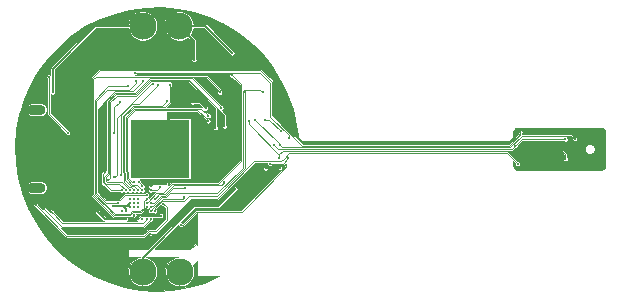
<source format=gbl>
G04 #@! TF.GenerationSoftware,KiCad,Pcbnew,(5.1.5-0-10_14)*
G04 #@! TF.CreationDate,2020-08-04T13:19:53-04:00*
G04 #@! TF.ProjectId,shio,7368696f-2e6b-4696-9361-645f70636258,rev?*
G04 #@! TF.SameCoordinates,Original*
G04 #@! TF.FileFunction,Copper,L2,Bot*
G04 #@! TF.FilePolarity,Positive*
%FSLAX46Y46*%
G04 Gerber Fmt 4.6, Leading zero omitted, Abs format (unit mm)*
G04 Created by KiCad (PCBNEW (5.1.5-0-10_14)) date 2020-08-04 13:19:53*
%MOMM*%
%LPD*%
G04 APERTURE LIST*
%ADD10R,5.000000X5.000000*%
%ADD11C,2.300000*%
%ADD12O,1.600000X0.900000*%
%ADD13C,0.250000*%
%ADD14C,0.200000*%
%ADD15C,0.250000*%
%ADD16C,0.150000*%
%ADD17C,0.120000*%
%ADD18C,0.100000*%
%ADD19C,0.060000*%
G04 APERTURE END LIST*
D10*
X150000000Y-100000000D03*
D11*
X151627000Y-110400000D03*
X148500000Y-110400000D03*
X151600000Y-89600000D03*
X148500000Y-89600000D03*
D12*
X139500000Y-96700000D03*
X139500000Y-103300000D03*
D13*
X151330000Y-100440000D03*
X150300000Y-100440000D03*
X150305000Y-99480000D03*
X149880000Y-102260000D03*
X149275000Y-100450000D03*
X147630000Y-101500000D03*
X145950000Y-104870000D03*
X147425000Y-104925000D03*
X147775000Y-104925000D03*
X147425000Y-104575000D03*
X147775000Y-104575000D03*
X148135000Y-104575000D03*
X148125000Y-104915000D03*
X147425000Y-104215000D03*
X147775000Y-104225000D03*
X148125000Y-104225000D03*
X147075000Y-105275000D03*
X150600000Y-97000000D03*
X147075000Y-105975000D03*
X144695000Y-105395000D03*
X140870000Y-95230000D03*
X152840000Y-92470000D03*
X156320000Y-103410000D03*
X156069996Y-91905000D03*
X180700000Y-99700000D03*
X141560000Y-104550000D03*
X151195000Y-107125000D03*
X148825000Y-103175000D03*
X143850000Y-99130000D03*
X146300000Y-92620000D03*
X152740000Y-102480000D03*
X146725000Y-103869990D03*
X149525000Y-106325000D03*
X160436178Y-96163822D03*
X153640000Y-100660000D03*
X146950000Y-107144990D03*
X150000000Y-105100000D03*
X181100000Y-101300000D03*
X149175000Y-103525000D03*
X142170000Y-98650000D03*
X140544999Y-93904999D03*
X149929998Y-103280000D03*
X150040000Y-105670000D03*
X148125000Y-105975000D03*
X146725000Y-103525000D03*
X145305132Y-101976018D03*
X148475000Y-103175000D03*
X148170000Y-102790000D03*
X146560000Y-96030000D03*
X146092367Y-98710000D03*
X148825000Y-104225000D03*
X147228942Y-94728942D03*
X148825000Y-105975000D03*
X140760000Y-105350000D03*
X149175000Y-105975000D03*
X140160000Y-105110000D03*
X184281000Y-100867500D03*
X157469675Y-97658716D03*
X147740000Y-102790000D03*
X154040000Y-97650000D03*
X160080000Y-100815010D03*
X148475000Y-103525000D03*
X185080000Y-99180000D03*
X154060000Y-97219998D03*
X158035000Y-97535000D03*
X160100004Y-99684990D03*
X149175000Y-103175000D03*
X150470000Y-103020000D03*
X158890000Y-97530000D03*
X154646325Y-98246958D03*
X145580000Y-102624998D03*
X160174858Y-98528650D03*
X180235000Y-101285000D03*
X149150000Y-107180000D03*
X147775000Y-105625000D03*
X180450014Y-98605000D03*
X149180000Y-104580000D03*
X152050000Y-103340000D03*
X157190000Y-95225000D03*
X149525000Y-105275000D03*
X149175000Y-104925000D03*
X158669991Y-95225009D03*
X149175000Y-105275000D03*
X152035000Y-104095000D03*
X147425000Y-103525000D03*
X160100000Y-101630000D03*
X155405021Y-98098330D03*
X158900004Y-101650000D03*
X148825000Y-104925000D03*
X155035000Y-95225000D03*
X146370000Y-104570000D03*
X147830000Y-93565010D03*
X147897454Y-94229350D03*
X160847964Y-99052036D03*
X147075000Y-103525000D03*
X159240000Y-101265010D03*
X160809998Y-100820000D03*
X155142570Y-96527430D03*
X148825000Y-103880000D03*
X148540000Y-94245000D03*
X149410000Y-94540000D03*
X146105000Y-102410002D03*
X147775000Y-103525000D03*
X150545288Y-95973634D03*
X148125000Y-103525000D03*
X150815000Y-94580000D03*
X149830000Y-94590000D03*
X146689605Y-102190350D03*
X139445000Y-104785000D03*
X150226144Y-104666146D03*
X152700000Y-96060000D03*
X153830000Y-96560000D03*
X184281000Y-99192500D03*
X149525004Y-104225004D03*
X155400000Y-102820000D03*
X180036896Y-99736896D03*
X159590824Y-99684990D03*
X151720000Y-106430000D03*
X160664998Y-101360000D03*
X148825000Y-104575000D03*
X156050000Y-93785000D03*
X148475000Y-105975000D03*
X146725000Y-105270000D03*
D14*
X146126776Y-104870000D02*
X145950000Y-104870000D01*
X146811421Y-104870000D02*
X146126776Y-104870000D01*
X147370000Y-104870000D02*
X145950000Y-104870000D01*
X147425000Y-104925000D02*
X147370000Y-104870000D01*
X147130000Y-104870000D02*
X145950000Y-104870000D01*
X147425000Y-104575000D02*
X147130000Y-104870000D01*
D15*
X150600000Y-99185000D02*
X150305000Y-99480000D01*
X150600000Y-97000000D02*
X150600000Y-99185000D01*
D14*
X146870000Y-104870000D02*
X145950000Y-104870000D01*
X147075000Y-105075000D02*
X146870000Y-104870000D01*
X147075000Y-105275000D02*
X147075000Y-105075000D01*
X145275000Y-105975000D02*
X144695000Y-105395000D01*
X147075000Y-105975000D02*
X145275000Y-105975000D01*
X140870000Y-93230000D02*
X140870000Y-95230000D01*
X144500000Y-89600000D02*
X140870000Y-93230000D01*
X152840000Y-90840000D02*
X151600000Y-89600000D01*
X152840000Y-92470000D02*
X152840000Y-90840000D01*
X146873655Y-89600000D02*
X144500000Y-89600000D01*
X148500000Y-89600000D02*
X146873655Y-89600000D01*
X155944997Y-91780001D02*
X156069996Y-91905000D01*
X151600000Y-89600000D02*
X153764996Y-89600000D01*
X153764996Y-89600000D02*
X155944997Y-91780001D01*
X156195001Y-103534999D02*
X156320000Y-103410000D01*
X154885001Y-104844999D02*
X156195001Y-103534999D01*
X148490000Y-109220000D02*
X152865001Y-104844999D01*
X148490000Y-110390000D02*
X148490000Y-109220000D01*
X152865001Y-104844999D02*
X154885001Y-104844999D01*
X148500000Y-110400000D02*
X148490000Y-110390000D01*
D16*
X149955000Y-106325000D02*
X149666421Y-106325000D01*
X150340000Y-105940000D02*
X149955000Y-106325000D01*
X150340000Y-105440000D02*
X150340000Y-105940000D01*
X149666421Y-106325000D02*
X149525000Y-106325000D01*
X150000000Y-105100000D02*
X150340000Y-105440000D01*
D17*
X140544999Y-97024999D02*
X140544999Y-93904999D01*
X142170000Y-98650000D02*
X140544999Y-97024999D01*
X149175000Y-103525000D02*
X149684998Y-103525000D01*
X149684998Y-103525000D02*
X149929998Y-103280000D01*
D18*
X148370000Y-105730000D02*
X148125000Y-105975000D01*
X149980000Y-105730000D02*
X148370000Y-105730000D01*
X150040000Y-105670000D02*
X149980000Y-105730000D01*
X145180133Y-102101017D02*
X145305132Y-101976018D01*
X145104976Y-102840906D02*
X145104976Y-102176174D01*
X146725000Y-103525000D02*
X145789070Y-103525000D01*
X145104976Y-102176174D02*
X145180133Y-102101017D01*
X145789070Y-103525000D02*
X145104976Y-102840906D01*
D19*
X148475000Y-103095000D02*
X148170000Y-102790000D01*
X148475000Y-103175000D02*
X148475000Y-103095000D01*
X146560000Y-96030000D02*
X146092367Y-96497633D01*
X146092367Y-96497633D02*
X146092367Y-98710000D01*
X147632089Y-105279990D02*
X147402090Y-105509990D01*
X144449978Y-103799978D02*
X144449978Y-95870022D01*
X145591058Y-94728942D02*
X147052166Y-94728942D01*
X146159984Y-105509990D02*
X145580000Y-104930006D01*
X147402090Y-105509990D02*
X146159984Y-105509990D01*
X145580000Y-104930006D02*
X145580000Y-104930000D01*
X144449978Y-95870022D02*
X145591058Y-94728942D01*
X148300292Y-105279990D02*
X147632089Y-105279990D01*
X148590000Y-104990282D02*
X148300292Y-105279990D01*
X148590000Y-104460000D02*
X148590000Y-104990282D01*
X145580000Y-104930000D02*
X144449978Y-103799978D01*
X147052166Y-94728942D02*
X147228942Y-94728942D01*
X148825000Y-104225000D02*
X148590000Y-104460000D01*
D18*
X148509999Y-106290001D02*
X141700001Y-106290001D01*
X141700001Y-106290001D02*
X140884999Y-105474999D01*
X148825000Y-105975000D02*
X148509999Y-106290001D01*
X140884999Y-105474999D02*
X140760000Y-105350000D01*
X141640000Y-106590000D02*
X140284999Y-105234999D01*
X149175000Y-105975000D02*
X148560000Y-106590000D01*
X148560000Y-106590000D02*
X141640000Y-106590000D01*
X140284999Y-105234999D02*
X140160000Y-105110000D01*
D19*
X147186856Y-97363144D02*
X147819989Y-96730011D01*
X147264638Y-102491414D02*
X147264637Y-101938018D01*
X147819989Y-96730011D02*
X153120011Y-96730011D01*
X147186856Y-101860237D02*
X147186856Y-97363144D01*
X153915001Y-97525001D02*
X154040000Y-97650000D01*
X147740000Y-102790000D02*
X147563224Y-102790000D01*
X153120011Y-96730011D02*
X153915001Y-97525001D01*
X147264637Y-101938018D02*
X147186856Y-101860237D01*
X147563224Y-102790000D02*
X147264638Y-102491414D01*
X157469675Y-97658716D02*
X157469675Y-97881461D01*
X160080000Y-100481786D02*
X160080000Y-100638234D01*
X184036000Y-100200000D02*
X160361786Y-100200000D01*
X160080000Y-100638234D02*
X160080000Y-100815010D01*
X160361786Y-100200000D02*
X160080000Y-100481786D01*
X160080000Y-100491786D02*
X160080000Y-100815010D01*
X184281000Y-100445000D02*
X184036000Y-100200000D01*
X157469675Y-97881461D02*
X160080000Y-100491786D01*
X184281000Y-100867500D02*
X184281000Y-100445000D01*
X153935001Y-97094999D02*
X154060000Y-97219998D01*
X147600000Y-103040000D02*
X147144627Y-102584627D01*
X147066845Y-97313434D02*
X147770279Y-96610000D01*
X147990000Y-103040000D02*
X147600000Y-103040000D01*
X147066845Y-101909946D02*
X147066845Y-97313434D01*
X147144627Y-101987728D02*
X147066845Y-101909946D01*
X147144627Y-102584627D02*
X147144627Y-101987728D01*
X153450002Y-96610000D02*
X153935001Y-97094999D01*
X148475000Y-103525000D02*
X147990000Y-103040000D01*
X147770279Y-96610000D02*
X153450002Y-96610000D01*
X160100004Y-99600004D02*
X160100004Y-99684990D01*
X160225003Y-99809989D02*
X160100004Y-99684990D01*
X180586365Y-98883356D02*
X179579711Y-99890010D01*
X160305024Y-99890010D02*
X160225003Y-99809989D01*
X184783356Y-98883356D02*
X180586365Y-98883356D01*
X185080000Y-99180000D02*
X184783356Y-98883356D01*
X179579711Y-99890010D02*
X160305024Y-99890010D01*
X158035000Y-97535000D02*
X160100004Y-99600004D01*
D16*
X149345011Y-103004989D02*
X150278213Y-103004989D01*
X150293224Y-103020000D02*
X150470000Y-103020000D01*
X149175000Y-103175000D02*
X149345011Y-103004989D01*
X150278213Y-103004989D02*
X150293224Y-103020000D01*
D19*
X146294705Y-95505014D02*
X145764999Y-96034720D01*
X149177644Y-94270000D02*
X147942630Y-95505014D01*
X145764999Y-102439999D02*
X145704999Y-102499999D01*
X154646325Y-96526883D02*
X152389442Y-94270000D01*
X145704999Y-102499999D02*
X145580000Y-102624998D01*
X154646325Y-98246958D02*
X154646325Y-96526883D01*
X147942630Y-95505014D02*
X146294705Y-95505014D01*
X145764999Y-96034720D02*
X145764999Y-102439999D01*
X152389442Y-94270000D02*
X149177644Y-94270000D01*
X159176208Y-97530000D02*
X160174858Y-98528650D01*
X158890000Y-97530000D02*
X159176208Y-97530000D01*
X180235000Y-101285000D02*
X179350000Y-100400000D01*
X160900000Y-100400000D02*
X160441596Y-100858404D01*
X179350000Y-100400000D02*
X160900000Y-100400000D01*
X149326776Y-107180000D02*
X149150000Y-107180000D01*
X149596776Y-107180000D02*
X149326776Y-107180000D01*
X157957578Y-101050000D02*
X154777556Y-104230022D01*
X152546754Y-104230022D02*
X149596776Y-107180000D01*
X154777556Y-104230022D02*
X152546754Y-104230022D01*
X160250000Y-101050000D02*
X157957578Y-101050000D01*
X160450000Y-100850000D02*
X160250000Y-101050000D01*
X180450000Y-98605014D02*
X180450014Y-98605000D01*
X180450000Y-98850000D02*
X180450000Y-98605014D01*
X179550000Y-99750000D02*
X180450000Y-98850000D01*
X144209956Y-93990044D02*
X144850000Y-93350000D01*
X161985588Y-99750000D02*
X179550000Y-99750000D01*
X159420000Y-94310000D02*
X159420000Y-97184412D01*
X144209956Y-103899398D02*
X144209956Y-93990044D01*
X158460000Y-93350000D02*
X159420000Y-94310000D01*
X146060558Y-105750000D02*
X144209956Y-103899398D01*
X147650000Y-105750000D02*
X146060558Y-105750000D01*
X159420000Y-97184412D02*
X161985588Y-99750000D01*
X144850000Y-93350000D02*
X158460000Y-93350000D01*
X147775000Y-105625000D02*
X147650000Y-105750000D01*
X152050000Y-103340000D02*
X151057921Y-103340000D01*
X151057921Y-103340000D02*
X150422944Y-103974977D01*
X149484923Y-104580000D02*
X149356776Y-104580000D01*
X149356776Y-104580000D02*
X149180000Y-104580000D01*
X150422944Y-103974977D02*
X150089946Y-103974977D01*
X150089946Y-103974977D02*
X149484923Y-104580000D01*
X157190000Y-95225000D02*
X157190000Y-101591289D01*
X152453181Y-103995021D02*
X151997058Y-104451144D01*
X150122942Y-104451144D02*
X149525000Y-105049086D01*
X154786268Y-103995021D02*
X152453181Y-103995021D01*
X157190000Y-101591289D02*
X154786268Y-103995021D01*
X149525000Y-105049086D02*
X149525000Y-105133579D01*
X151997058Y-104451144D02*
X150122942Y-104451144D01*
X149525000Y-105133579D02*
X149525000Y-105275000D01*
X150787632Y-103780011D02*
X154774989Y-103780011D01*
X149175000Y-104925000D02*
X149274999Y-104825001D01*
X149274999Y-104825001D02*
X149409643Y-104825001D01*
X156954999Y-101600001D02*
X156954999Y-95112199D01*
X150472655Y-104094988D02*
X150787632Y-103780011D01*
X154774989Y-103780011D02*
X156954999Y-101600001D01*
X150139656Y-104094988D02*
X150472655Y-104094988D01*
X157077199Y-94989999D02*
X158434981Y-94989999D01*
X156954999Y-95112199D02*
X157077199Y-94989999D01*
X158434981Y-94989999D02*
X158544992Y-95100010D01*
X149409643Y-104825001D02*
X150139656Y-104094988D01*
X158544992Y-95100010D02*
X158669991Y-95225009D01*
X151910001Y-104219999D02*
X150184366Y-104219999D01*
X152035000Y-104095000D02*
X151910001Y-104219999D01*
X149274999Y-105175001D02*
X149175000Y-105275000D01*
X149274999Y-105129366D02*
X149274999Y-105175001D01*
X150184366Y-104219999D02*
X149274999Y-105129366D01*
X145640145Y-95989853D02*
X146244995Y-95385003D01*
X152439152Y-94149989D02*
X155405021Y-97115858D01*
X147425000Y-103525000D02*
X146745002Y-102845002D01*
X146244995Y-95385003D02*
X147892920Y-95385003D01*
X146745002Y-102845002D02*
X145476798Y-102845002D01*
X155405021Y-97115858D02*
X155405021Y-97921554D01*
X145640145Y-102128930D02*
X145640145Y-95989853D01*
X147892920Y-95385003D02*
X149127934Y-94149989D01*
X145476798Y-102845002D02*
X145364998Y-102733202D01*
X155405021Y-97921554D02*
X155405021Y-98098330D01*
X149127934Y-94149989D02*
X152439152Y-94149989D01*
X145364998Y-102733202D02*
X145364998Y-102404077D01*
X145364998Y-102404077D02*
X145640145Y-102128930D01*
X158920004Y-101630000D02*
X158900004Y-101650000D01*
X160100000Y-101630000D02*
X158920004Y-101630000D01*
X148825000Y-104925000D02*
X148699989Y-105050011D01*
X155035000Y-95025000D02*
X155035000Y-95225000D01*
X144512342Y-93897658D02*
X153907658Y-93897658D01*
X145530290Y-105050011D02*
X144329967Y-103849688D01*
X146110276Y-105630000D02*
X145530290Y-105050014D01*
X153907658Y-93897658D02*
X155035000Y-95025000D01*
X144329967Y-94080033D02*
X144512342Y-93897658D01*
X148350000Y-105400000D02*
X147681798Y-105400000D01*
X144329967Y-103849688D02*
X144329967Y-94080033D01*
X147451798Y-105630000D02*
X146110276Y-105630000D01*
X148825000Y-104925000D02*
X148350000Y-105400000D01*
X145530290Y-105050014D02*
X145530290Y-105050011D01*
X147681798Y-105400000D02*
X147451798Y-105630000D01*
X147900000Y-94231896D02*
X147897454Y-94229350D01*
X145464750Y-95024970D02*
X147325030Y-95024970D01*
X144569989Y-95919731D02*
X145464750Y-95024970D01*
X147900000Y-94450000D02*
X147900000Y-94231896D01*
X144569989Y-103749989D02*
X144569989Y-95919731D01*
X147325030Y-95024970D02*
X147900000Y-94450000D01*
X145390000Y-104570000D02*
X144569989Y-103749989D01*
X146370000Y-104570000D02*
X145390000Y-104570000D01*
X160847964Y-98875260D02*
X160847964Y-99052036D01*
X159259990Y-97287286D02*
X160847964Y-98875260D01*
X158393192Y-93565010D02*
X159259990Y-94431808D01*
X147830000Y-93565010D02*
X158393192Y-93565010D01*
X159259990Y-94431808D02*
X159259990Y-97287286D01*
X159416776Y-101265010D02*
X159240000Y-101265010D01*
X160364988Y-101265010D02*
X159416776Y-101265010D01*
X160809998Y-100820000D02*
X160364988Y-101265010D01*
X149078224Y-94029978D02*
X152645118Y-94029978D01*
X145427088Y-102965013D02*
X145244987Y-102782912D01*
X155017571Y-96402431D02*
X155142570Y-96527430D01*
X145520134Y-102079220D02*
X145520134Y-95940143D01*
X145520134Y-95940143D02*
X146195285Y-95264992D01*
X152645118Y-94029978D02*
X155017571Y-96402431D01*
X147843210Y-95264992D02*
X149078224Y-94029978D01*
X146515013Y-102965013D02*
X145427088Y-102965013D01*
X146195285Y-95264992D02*
X147843210Y-95264992D01*
X147075000Y-103525000D02*
X146515013Y-102965013D01*
X145244987Y-102354367D02*
X145520134Y-102079220D01*
X145244987Y-102782912D02*
X145244987Y-102354367D01*
X144690000Y-102537802D02*
X144690000Y-102530000D01*
X144690000Y-103700282D02*
X144690000Y-102530000D01*
X146560000Y-104340000D02*
X145329718Y-104340000D01*
X147020000Y-103880000D02*
X146560000Y-104340000D01*
X145329718Y-104340000D02*
X144690000Y-103700282D01*
X148825000Y-103880000D02*
X147020000Y-103880000D01*
X144690000Y-102530000D02*
X144690000Y-96600556D01*
X148415001Y-94369999D02*
X148540000Y-94245000D01*
X146145575Y-95144981D02*
X147640019Y-95144981D01*
X147640019Y-95144981D02*
X148415001Y-94369999D01*
X144690000Y-96600556D02*
X146145575Y-95144981D01*
X149161395Y-94540000D02*
X146309999Y-97391396D01*
X146309999Y-97391396D02*
X146309999Y-102205003D01*
X146229999Y-102285003D02*
X146105000Y-102410002D01*
X149410000Y-94540000D02*
X149161395Y-94540000D01*
X146309999Y-102205003D02*
X146229999Y-102285003D01*
X150148955Y-96369967D02*
X150420289Y-96098633D01*
X146904606Y-102804048D02*
X146904606Y-102087149D01*
X147380580Y-103280022D02*
X146904606Y-102804048D01*
X146826823Y-97214014D02*
X147670870Y-96369967D01*
X147775000Y-103525000D02*
X147530022Y-103280022D01*
X150420289Y-96098633D02*
X150545288Y-95973634D01*
X146904606Y-102087149D02*
X146826823Y-102009366D01*
X146826823Y-102009366D02*
X146826823Y-97214014D01*
X147530022Y-103280022D02*
X147380580Y-103280022D01*
X147670870Y-96369967D02*
X150148955Y-96369967D01*
X150361798Y-96489978D02*
X150815000Y-96036776D01*
X146946834Y-101959657D02*
X146946834Y-97263724D01*
X150815000Y-94756776D02*
X150815000Y-94580000D01*
X147510011Y-103160011D02*
X147024617Y-102674617D01*
X147720580Y-96489978D02*
X150361798Y-96489978D01*
X148125000Y-103525000D02*
X147760011Y-103160011D01*
X147760011Y-103160011D02*
X147510011Y-103160011D01*
X146946834Y-97263724D02*
X147720580Y-96489978D01*
X147024617Y-102674617D02*
X147024617Y-102037439D01*
X147024617Y-102037439D02*
X146946834Y-101959657D01*
X150815000Y-96036776D02*
X150815000Y-94756776D01*
X146689605Y-102013574D02*
X146689605Y-102190350D01*
X146689605Y-97181511D02*
X146689605Y-102013574D01*
X149830000Y-94590000D02*
X148170044Y-96249956D01*
X147621160Y-96249956D02*
X146689605Y-97181511D01*
X148170044Y-96249956D02*
X147621160Y-96249956D01*
D18*
X150351143Y-104791145D02*
X150226144Y-104666146D01*
X149632198Y-106944998D02*
X150530000Y-106047196D01*
X148602196Y-107380000D02*
X149037198Y-106944998D01*
X150530000Y-106047196D02*
X150530000Y-104970002D01*
X139445000Y-104785000D02*
X142040000Y-107380000D01*
X149037198Y-106944998D02*
X149632198Y-106944998D01*
X142040000Y-107380000D02*
X148602196Y-107380000D01*
X150530000Y-104970002D02*
X150351143Y-104791145D01*
D14*
X153830000Y-96560000D02*
X153330000Y-96060000D01*
X153330000Y-96060000D02*
X152700000Y-96060000D01*
D19*
X155275001Y-102944999D02*
X155400000Y-102820000D01*
X149525004Y-104225004D02*
X149895042Y-103854966D01*
X149895042Y-103854966D02*
X150373235Y-103854966D01*
X151158201Y-103070000D02*
X155150000Y-103070000D01*
X150373235Y-103854966D02*
X151158201Y-103070000D01*
X155150000Y-103070000D02*
X155275001Y-102944999D01*
D18*
X180161895Y-99611897D02*
X180036896Y-99736896D01*
X180581292Y-99192500D02*
X180161895Y-99611897D01*
X184281000Y-99192500D02*
X180581292Y-99192500D01*
D19*
X159930836Y-100025002D02*
X159715823Y-99809989D01*
X159715823Y-99809989D02*
X159590824Y-99684990D01*
X180036896Y-99736896D02*
X179748790Y-100025002D01*
X179748790Y-100025002D02*
X159930836Y-100025002D01*
X153006776Y-105320000D02*
X151896776Y-106430000D01*
X160664998Y-101536776D02*
X156881774Y-105320000D01*
X160664998Y-101360000D02*
X160664998Y-101536776D01*
X151896776Y-106430000D02*
X151720000Y-106430000D01*
X156881774Y-105320000D02*
X153006776Y-105320000D01*
X148924999Y-104475001D02*
X148825000Y-104575000D01*
X149665045Y-103734955D02*
X148924999Y-104475001D01*
X150185045Y-103734955D02*
X149665045Y-103734955D01*
X150970010Y-102949990D02*
X150185045Y-103734955D01*
X154900010Y-102949990D02*
X150970010Y-102949990D01*
X156820000Y-101030000D02*
X154900010Y-102949990D01*
X156820000Y-94555000D02*
X156820000Y-101030000D01*
X156050000Y-93785000D02*
X156820000Y-94555000D01*
G36*
X151509352Y-88150915D02*
G01*
X152840156Y-88432731D01*
X154130518Y-88863392D01*
X155363821Y-89437352D01*
X156524227Y-90147240D01*
X157596811Y-90983925D01*
X158567785Y-91936649D01*
X159424669Y-92993173D01*
X160156445Y-94139911D01*
X160753697Y-95362104D01*
X161208758Y-96644067D01*
X161516011Y-97970334D01*
X161632011Y-98823414D01*
X161632033Y-98823529D01*
X161632036Y-98823597D01*
X161632241Y-98825013D01*
X161639987Y-98875950D01*
X161641693Y-98882670D01*
X161642992Y-98889479D01*
X161643406Y-98890849D01*
X161672262Y-98984068D01*
X161675865Y-98992638D01*
X161679342Y-99001246D01*
X161680014Y-99002510D01*
X161726427Y-99088348D01*
X161731632Y-99096065D01*
X161736709Y-99103823D01*
X161737608Y-99104925D01*
X161737613Y-99104932D01*
X161737619Y-99104938D01*
X161799815Y-99180121D01*
X161806406Y-99186666D01*
X161812907Y-99193305D01*
X161814010Y-99194217D01*
X161889631Y-99255891D01*
X161897347Y-99261018D01*
X161905035Y-99266282D01*
X161906289Y-99266959D01*
X161906293Y-99266962D01*
X161906297Y-99266964D01*
X161992455Y-99312774D01*
X162001022Y-99316305D01*
X162009582Y-99319974D01*
X162010949Y-99320397D01*
X162104367Y-99348602D01*
X162113497Y-99350410D01*
X162122568Y-99352338D01*
X162123989Y-99352488D01*
X162123991Y-99352488D01*
X162221108Y-99362010D01*
X162221128Y-99362010D01*
X162226083Y-99362498D01*
X179275025Y-99362500D01*
X179279654Y-99362044D01*
X179282781Y-99362066D01*
X179284205Y-99361927D01*
X179381253Y-99351726D01*
X179390325Y-99349864D01*
X179399479Y-99348118D01*
X179400849Y-99347704D01*
X179494068Y-99318848D01*
X179502638Y-99315245D01*
X179511246Y-99311768D01*
X179512510Y-99311096D01*
X179598348Y-99264683D01*
X179606065Y-99259478D01*
X179613823Y-99254401D01*
X179614925Y-99253502D01*
X179614932Y-99253497D01*
X179614938Y-99253491D01*
X179690121Y-99191295D01*
X179696684Y-99184686D01*
X179703304Y-99178203D01*
X179704216Y-99177101D01*
X179765892Y-99101480D01*
X179771041Y-99093730D01*
X179776283Y-99086075D01*
X179776957Y-99084827D01*
X179776963Y-99084818D01*
X179776967Y-99084809D01*
X179822775Y-98998655D01*
X179826306Y-98990088D01*
X179829975Y-98981528D01*
X179830398Y-98980161D01*
X179858603Y-98886743D01*
X179860411Y-98877613D01*
X179862339Y-98868542D01*
X179862489Y-98867119D01*
X179872011Y-98770002D01*
X179872011Y-98769991D01*
X179872500Y-98765026D01*
X179872500Y-98615015D01*
X179880552Y-98532886D01*
X179902948Y-98458710D01*
X179939321Y-98390301D01*
X179988296Y-98330253D01*
X180047997Y-98280865D01*
X180116155Y-98244012D01*
X180190168Y-98221101D01*
X180271991Y-98212500D01*
X187264985Y-98212500D01*
X187347114Y-98220552D01*
X187421290Y-98242948D01*
X187489699Y-98279321D01*
X187549747Y-98328296D01*
X187599135Y-98387997D01*
X187635988Y-98456155D01*
X187658899Y-98530168D01*
X187667500Y-98611991D01*
X187667501Y-101404974D01*
X187659448Y-101487113D01*
X187637052Y-101561289D01*
X187600679Y-101629698D01*
X187551704Y-101689746D01*
X187492007Y-101739132D01*
X187423845Y-101775987D01*
X187349832Y-101798898D01*
X187268000Y-101807499D01*
X180275015Y-101807499D01*
X180192883Y-101799445D01*
X180118715Y-101777053D01*
X180050298Y-101740676D01*
X179990252Y-101691703D01*
X179940867Y-101632006D01*
X179904012Y-101563844D01*
X179881101Y-101489830D01*
X179872500Y-101407998D01*
X179872500Y-101254973D01*
X179872044Y-101250345D01*
X179872066Y-101247219D01*
X179871927Y-101245794D01*
X179861727Y-101148746D01*
X179859857Y-101139638D01*
X179858118Y-101130520D01*
X179857704Y-101129150D01*
X179834507Y-101054211D01*
X180024002Y-101243707D01*
X180020000Y-101263824D01*
X180020000Y-101306176D01*
X180028263Y-101347713D01*
X180044470Y-101386841D01*
X180067999Y-101422054D01*
X180097946Y-101452001D01*
X180133159Y-101475530D01*
X180172287Y-101491737D01*
X180213824Y-101500000D01*
X180256176Y-101500000D01*
X180297713Y-101491737D01*
X180336841Y-101475530D01*
X180372054Y-101452001D01*
X180402001Y-101422054D01*
X180425530Y-101386841D01*
X180441737Y-101347713D01*
X180450000Y-101306176D01*
X180450000Y-101263824D01*
X180441737Y-101222287D01*
X180425530Y-101183159D01*
X180402001Y-101147946D01*
X180372054Y-101117999D01*
X180336841Y-101094470D01*
X180297713Y-101078263D01*
X180256176Y-101070000D01*
X180213824Y-101070000D01*
X180193707Y-101074002D01*
X179439704Y-100320000D01*
X183986296Y-100320000D01*
X184161001Y-100494706D01*
X184161000Y-100689103D01*
X184143946Y-100700499D01*
X184113999Y-100730446D01*
X184090470Y-100765659D01*
X184074263Y-100804787D01*
X184066000Y-100846324D01*
X184066000Y-100888676D01*
X184074263Y-100930213D01*
X184090470Y-100969341D01*
X184113999Y-101004554D01*
X184143946Y-101034501D01*
X184179159Y-101058030D01*
X184218287Y-101074237D01*
X184259824Y-101082500D01*
X184302176Y-101082500D01*
X184343713Y-101074237D01*
X184382841Y-101058030D01*
X184418054Y-101034501D01*
X184448001Y-101004554D01*
X184471530Y-100969341D01*
X184487737Y-100930213D01*
X184496000Y-100888676D01*
X184496000Y-100846324D01*
X184487737Y-100804787D01*
X184471530Y-100765659D01*
X184448001Y-100730446D01*
X184418054Y-100700499D01*
X184401000Y-100689104D01*
X184401000Y-100450880D01*
X184401579Y-100444999D01*
X184401000Y-100439118D01*
X184401000Y-100439111D01*
X184399263Y-100421476D01*
X184398459Y-100418824D01*
X184397666Y-100416210D01*
X184392401Y-100398856D01*
X184381259Y-100378009D01*
X184366263Y-100359737D01*
X184361684Y-100355979D01*
X184125026Y-100119322D01*
X184121263Y-100114737D01*
X184102991Y-100099741D01*
X184082144Y-100088599D01*
X184059524Y-100081737D01*
X184041889Y-100080000D01*
X184036000Y-100079420D01*
X184030111Y-100080000D01*
X179863496Y-100080000D01*
X179954370Y-99989126D01*
X185940000Y-99989126D01*
X185940000Y-100070874D01*
X185955948Y-100151051D01*
X185987232Y-100226576D01*
X186032648Y-100294547D01*
X186090453Y-100352352D01*
X186158424Y-100397768D01*
X186233949Y-100429052D01*
X186314126Y-100445000D01*
X186395874Y-100445000D01*
X186476051Y-100429052D01*
X186551576Y-100397768D01*
X186619547Y-100352352D01*
X186677352Y-100294547D01*
X186722768Y-100226576D01*
X186754052Y-100151051D01*
X186770000Y-100070874D01*
X186770000Y-99989126D01*
X186754052Y-99908949D01*
X186722768Y-99833424D01*
X186677352Y-99765453D01*
X186619547Y-99707648D01*
X186551576Y-99662232D01*
X186476051Y-99630948D01*
X186395874Y-99615000D01*
X186314126Y-99615000D01*
X186233949Y-99630948D01*
X186158424Y-99662232D01*
X186090453Y-99707648D01*
X186032648Y-99765453D01*
X185987232Y-99833424D01*
X185955948Y-99908949D01*
X185940000Y-99989126D01*
X179954370Y-99989126D01*
X179995603Y-99947894D01*
X180015720Y-99951896D01*
X180058072Y-99951896D01*
X180099609Y-99943633D01*
X180138737Y-99927426D01*
X180173950Y-99903897D01*
X180203897Y-99873950D01*
X180227426Y-99838737D01*
X180243633Y-99799609D01*
X180251896Y-99758072D01*
X180251896Y-99719886D01*
X180265750Y-99706032D01*
X180265754Y-99706027D01*
X180639282Y-99332500D01*
X184116945Y-99332500D01*
X184143946Y-99359501D01*
X184179159Y-99383030D01*
X184218287Y-99399237D01*
X184259824Y-99407500D01*
X184302176Y-99407500D01*
X184343713Y-99399237D01*
X184382841Y-99383030D01*
X184418054Y-99359501D01*
X184448001Y-99329554D01*
X184471530Y-99294341D01*
X184487737Y-99255213D01*
X184496000Y-99213676D01*
X184496000Y-99171324D01*
X184487737Y-99129787D01*
X184471530Y-99090659D01*
X184448001Y-99055446D01*
X184418054Y-99025499D01*
X184384915Y-99003356D01*
X184733652Y-99003356D01*
X184869002Y-99138707D01*
X184865000Y-99158824D01*
X184865000Y-99201176D01*
X184873263Y-99242713D01*
X184889470Y-99281841D01*
X184912999Y-99317054D01*
X184942946Y-99347001D01*
X184978159Y-99370530D01*
X185017287Y-99386737D01*
X185058824Y-99395000D01*
X185101176Y-99395000D01*
X185142713Y-99386737D01*
X185181841Y-99370530D01*
X185217054Y-99347001D01*
X185247001Y-99317054D01*
X185270530Y-99281841D01*
X185286737Y-99242713D01*
X185295000Y-99201176D01*
X185295000Y-99158824D01*
X185286737Y-99117287D01*
X185270530Y-99078159D01*
X185247001Y-99042946D01*
X185217054Y-99012999D01*
X185181841Y-98989470D01*
X185142713Y-98973263D01*
X185101176Y-98965000D01*
X185058824Y-98965000D01*
X185038707Y-98969002D01*
X184872382Y-98802678D01*
X184868619Y-98798093D01*
X184850347Y-98783097D01*
X184829500Y-98771955D01*
X184806880Y-98765093D01*
X184789245Y-98763356D01*
X184783356Y-98762776D01*
X184777467Y-98763356D01*
X180595713Y-98763356D01*
X180617015Y-98742054D01*
X180640544Y-98706841D01*
X180656751Y-98667713D01*
X180665014Y-98626176D01*
X180665014Y-98583824D01*
X180656751Y-98542287D01*
X180640544Y-98503159D01*
X180617015Y-98467946D01*
X180587068Y-98437999D01*
X180551855Y-98414470D01*
X180512727Y-98398263D01*
X180471190Y-98390000D01*
X180428838Y-98390000D01*
X180387301Y-98398263D01*
X180348173Y-98414470D01*
X180312960Y-98437999D01*
X180283013Y-98467946D01*
X180259484Y-98503159D01*
X180243277Y-98542287D01*
X180235014Y-98583824D01*
X180235014Y-98626176D01*
X180243277Y-98667713D01*
X180259484Y-98706841D01*
X180283013Y-98742054D01*
X180312960Y-98772001D01*
X180330000Y-98783387D01*
X180330000Y-98800295D01*
X179500296Y-99630000D01*
X162035293Y-99630000D01*
X159540000Y-97134708D01*
X159540000Y-94315888D01*
X159540580Y-94309999D01*
X159538263Y-94286475D01*
X159531401Y-94263856D01*
X159526892Y-94255420D01*
X159520259Y-94243009D01*
X159505263Y-94224737D01*
X159500684Y-94220979D01*
X158549026Y-93269322D01*
X158545263Y-93264737D01*
X158526991Y-93249741D01*
X158506144Y-93238599D01*
X158483524Y-93231737D01*
X158465889Y-93230000D01*
X158460000Y-93229420D01*
X158454111Y-93230000D01*
X144855889Y-93230000D01*
X144850000Y-93229420D01*
X144844111Y-93230000D01*
X144826476Y-93231737D01*
X144803856Y-93238599D01*
X144783009Y-93249741D01*
X144764737Y-93264737D01*
X144760983Y-93269311D01*
X144129273Y-93901023D01*
X144124694Y-93904781D01*
X144109698Y-93923053D01*
X144106135Y-93929719D01*
X144098555Y-93943901D01*
X144091693Y-93966520D01*
X144089376Y-93990044D01*
X144089957Y-93995943D01*
X144089956Y-103893509D01*
X144089376Y-103899398D01*
X144091693Y-103922922D01*
X144097493Y-103942040D01*
X144098555Y-103945541D01*
X144109697Y-103966389D01*
X144124693Y-103984661D01*
X144129278Y-103988424D01*
X145925853Y-105785000D01*
X145353701Y-105785000D01*
X144901923Y-105333223D01*
X144901737Y-105332287D01*
X144885530Y-105293159D01*
X144862001Y-105257946D01*
X144832054Y-105227999D01*
X144796841Y-105204470D01*
X144757713Y-105188263D01*
X144716176Y-105180000D01*
X144673824Y-105180000D01*
X144632287Y-105188263D01*
X144593159Y-105204470D01*
X144557946Y-105227999D01*
X144527999Y-105257946D01*
X144504470Y-105293159D01*
X144488263Y-105332287D01*
X144480000Y-105373824D01*
X144480000Y-105416176D01*
X144488263Y-105457713D01*
X144504470Y-105496841D01*
X144527999Y-105532054D01*
X144557946Y-105562001D01*
X144593159Y-105585530D01*
X144632287Y-105601737D01*
X144633223Y-105601923D01*
X145134055Y-106102756D01*
X145140000Y-106110000D01*
X145147244Y-106115945D01*
X145147248Y-106115949D01*
X145168930Y-106133743D01*
X145184380Y-106142001D01*
X145199347Y-106150001D01*
X141757991Y-106150001D01*
X140988859Y-105380870D01*
X140988854Y-105380864D01*
X140975000Y-105367010D01*
X140975000Y-105328824D01*
X140966737Y-105287287D01*
X140950530Y-105248159D01*
X140927001Y-105212946D01*
X140897054Y-105182999D01*
X140861841Y-105159470D01*
X140822713Y-105143263D01*
X140781176Y-105135000D01*
X140738824Y-105135000D01*
X140697287Y-105143263D01*
X140658159Y-105159470D01*
X140622946Y-105182999D01*
X140592999Y-105212946D01*
X140569470Y-105248159D01*
X140553263Y-105287287D01*
X140550279Y-105302289D01*
X140388859Y-105140870D01*
X140388854Y-105140864D01*
X140375000Y-105127010D01*
X140375000Y-105088824D01*
X140366737Y-105047287D01*
X140350530Y-105008159D01*
X140327001Y-104972946D01*
X140297054Y-104942999D01*
X140261841Y-104919470D01*
X140222713Y-104903263D01*
X140181176Y-104895000D01*
X140138824Y-104895000D01*
X140097287Y-104903263D01*
X140058159Y-104919470D01*
X140022946Y-104942999D01*
X139992999Y-104972946D01*
X139969470Y-105008159D01*
X139953263Y-105047287D01*
X139945301Y-105087312D01*
X139660000Y-104802011D01*
X139660000Y-104763824D01*
X139651737Y-104722287D01*
X139635530Y-104683159D01*
X139612001Y-104647946D01*
X139582054Y-104617999D01*
X139546841Y-104594470D01*
X139507713Y-104578263D01*
X139466176Y-104570000D01*
X139423824Y-104570000D01*
X139382287Y-104578263D01*
X139343159Y-104594470D01*
X139307946Y-104617999D01*
X139277999Y-104647946D01*
X139254470Y-104683159D01*
X139238263Y-104722287D01*
X139230000Y-104763824D01*
X139230000Y-104806176D01*
X139238263Y-104847713D01*
X139254470Y-104886841D01*
X139277999Y-104922054D01*
X139307946Y-104952001D01*
X139343159Y-104975530D01*
X139382287Y-104991737D01*
X139423824Y-105000000D01*
X139462011Y-105000000D01*
X141936142Y-107474132D01*
X141940526Y-107479474D01*
X141961844Y-107496969D01*
X141986165Y-107509969D01*
X142000552Y-107514333D01*
X142012554Y-107517974D01*
X142039999Y-107520677D01*
X142046873Y-107520000D01*
X148595322Y-107520000D01*
X148602196Y-107520677D01*
X148609070Y-107520000D01*
X148629641Y-107517974D01*
X148656031Y-107509969D01*
X148680352Y-107496969D01*
X148701670Y-107479474D01*
X148706059Y-107474126D01*
X148942302Y-107237883D01*
X148943263Y-107242713D01*
X148959470Y-107281841D01*
X148982999Y-107317054D01*
X149012946Y-107347001D01*
X149048159Y-107370530D01*
X149087287Y-107386737D01*
X149128824Y-107395000D01*
X149171176Y-107395000D01*
X149212713Y-107386737D01*
X149251841Y-107370530D01*
X149287054Y-107347001D01*
X149317001Y-107317054D01*
X149328396Y-107300000D01*
X149590887Y-107300000D01*
X149596776Y-107300580D01*
X149620300Y-107298263D01*
X149642920Y-107291401D01*
X149663767Y-107280259D01*
X149682039Y-107265263D01*
X149685802Y-107260678D01*
X152596460Y-104350022D01*
X154771667Y-104350022D01*
X154777556Y-104350602D01*
X154801080Y-104348285D01*
X154823700Y-104341423D01*
X154844547Y-104330281D01*
X154862819Y-104315285D01*
X154866582Y-104310700D01*
X158007283Y-101170000D01*
X159046641Y-101170000D01*
X159033263Y-101202297D01*
X159025000Y-101243834D01*
X159025000Y-101286186D01*
X159033263Y-101327723D01*
X159049470Y-101366851D01*
X159072999Y-101402064D01*
X159102946Y-101432011D01*
X159138159Y-101455540D01*
X159177287Y-101471747D01*
X159218824Y-101480010D01*
X159261176Y-101480010D01*
X159302713Y-101471747D01*
X159341841Y-101455540D01*
X159377054Y-101432011D01*
X159407001Y-101402064D01*
X159418396Y-101385010D01*
X160359099Y-101385010D01*
X160364988Y-101385590D01*
X160388512Y-101383273D01*
X160388822Y-101383179D01*
X160411132Y-101376411D01*
X160431979Y-101365269D01*
X160449998Y-101350481D01*
X160449998Y-101381176D01*
X160458261Y-101422713D01*
X160474468Y-101461841D01*
X160497997Y-101497054D01*
X160516506Y-101515563D01*
X160271002Y-101761066D01*
X160290530Y-101731841D01*
X160306737Y-101692713D01*
X160315000Y-101651176D01*
X160315000Y-101608824D01*
X160306737Y-101567287D01*
X160290530Y-101528159D01*
X160267001Y-101492946D01*
X160237054Y-101462999D01*
X160201841Y-101439470D01*
X160162713Y-101423263D01*
X160121176Y-101415000D01*
X160078824Y-101415000D01*
X160037287Y-101423263D01*
X159998159Y-101439470D01*
X159962946Y-101462999D01*
X159932999Y-101492946D01*
X159921604Y-101510000D01*
X159064059Y-101510000D01*
X159037058Y-101482999D01*
X159001845Y-101459470D01*
X158962717Y-101443263D01*
X158921180Y-101435000D01*
X158878828Y-101435000D01*
X158837291Y-101443263D01*
X158798163Y-101459470D01*
X158762950Y-101482999D01*
X158733003Y-101512946D01*
X158709474Y-101548159D01*
X158693267Y-101587287D01*
X158685004Y-101628824D01*
X158685004Y-101671176D01*
X158693267Y-101712713D01*
X158709474Y-101751841D01*
X158733003Y-101787054D01*
X158762950Y-101817001D01*
X158798163Y-101840530D01*
X158837291Y-101856737D01*
X158878828Y-101865000D01*
X158921180Y-101865000D01*
X158962717Y-101856737D01*
X159001845Y-101840530D01*
X159037058Y-101817001D01*
X159067005Y-101787054D01*
X159090534Y-101751841D01*
X159091297Y-101750000D01*
X159921604Y-101750000D01*
X159932999Y-101767054D01*
X159962946Y-101797001D01*
X159998159Y-101820530D01*
X160037287Y-101836737D01*
X160078824Y-101845000D01*
X160121176Y-101845000D01*
X160162713Y-101836737D01*
X160201841Y-101820530D01*
X160231066Y-101801002D01*
X156832070Y-105200000D01*
X153012664Y-105200000D01*
X153006775Y-105199420D01*
X152983251Y-105201737D01*
X152964957Y-105207287D01*
X152960632Y-105208599D01*
X152939785Y-105219741D01*
X152921513Y-105234737D01*
X152917755Y-105239316D01*
X151875563Y-106281508D01*
X151857054Y-106262999D01*
X151821841Y-106239470D01*
X151782713Y-106223263D01*
X151759963Y-106218737D01*
X152943702Y-105034999D01*
X154875679Y-105034999D01*
X154885001Y-105035917D01*
X154894323Y-105034999D01*
X154894333Y-105034999D01*
X154922247Y-105032250D01*
X154958063Y-105021385D01*
X154991070Y-105003742D01*
X155020001Y-104979999D01*
X155025950Y-104972750D01*
X156335950Y-103662751D01*
X156335955Y-103662745D01*
X156381776Y-103616923D01*
X156382713Y-103616737D01*
X156421841Y-103600530D01*
X156457054Y-103577001D01*
X156487001Y-103547054D01*
X156510530Y-103511841D01*
X156526737Y-103472713D01*
X156535000Y-103431176D01*
X156535000Y-103388824D01*
X156526737Y-103347287D01*
X156510530Y-103308159D01*
X156487001Y-103272946D01*
X156457054Y-103242999D01*
X156421841Y-103219470D01*
X156382713Y-103203263D01*
X156341176Y-103195000D01*
X156298824Y-103195000D01*
X156257287Y-103203263D01*
X156218159Y-103219470D01*
X156182946Y-103242999D01*
X156152999Y-103272946D01*
X156129470Y-103308159D01*
X156113263Y-103347287D01*
X156113077Y-103348224D01*
X156067255Y-103394045D01*
X156067249Y-103394050D01*
X154806301Y-104654999D01*
X152874330Y-104654999D01*
X152865001Y-104654080D01*
X152855672Y-104654999D01*
X152855669Y-104654999D01*
X152827755Y-104657748D01*
X152791939Y-104668613D01*
X152776546Y-104676841D01*
X152758931Y-104686256D01*
X152737249Y-104704050D01*
X152737245Y-104704054D01*
X152730001Y-104709999D01*
X152724056Y-104717243D01*
X148976300Y-108465000D01*
X147265000Y-108465000D01*
X147259147Y-108465576D01*
X147255173Y-108466782D01*
X147255140Y-108466766D01*
X147249437Y-108465330D01*
X147243564Y-108465034D01*
X147237745Y-108465890D01*
X147232206Y-108467865D01*
X147227158Y-108470883D01*
X147222795Y-108474827D01*
X147219287Y-108479546D01*
X147216766Y-108484860D01*
X147215330Y-108490563D01*
X147215034Y-108496436D01*
X147245472Y-109131436D01*
X147246014Y-109135853D01*
X147247722Y-109141481D01*
X147250494Y-109146667D01*
X147254225Y-109151213D01*
X147258771Y-109154944D01*
X147263957Y-109157716D01*
X147269585Y-109159424D01*
X147275438Y-109160000D01*
X148309652Y-109160000D01*
X148305272Y-109174441D01*
X148138305Y-109207652D01*
X147912640Y-109301126D01*
X147709546Y-109436829D01*
X147536829Y-109609546D01*
X147401126Y-109812640D01*
X147307652Y-110038305D01*
X147260000Y-110277871D01*
X147260000Y-110522129D01*
X147307652Y-110761695D01*
X147401126Y-110987360D01*
X147536829Y-111190454D01*
X147709546Y-111363171D01*
X147912640Y-111498874D01*
X148138305Y-111592348D01*
X148377871Y-111640000D01*
X148622129Y-111640000D01*
X148861695Y-111592348D01*
X149087360Y-111498874D01*
X149290454Y-111363171D01*
X149463171Y-111190454D01*
X149598874Y-110987360D01*
X149692348Y-110761695D01*
X149740000Y-110522129D01*
X149740000Y-110277871D01*
X149692348Y-110038305D01*
X149598874Y-109812640D01*
X149463171Y-109609546D01*
X149290454Y-109436829D01*
X149087360Y-109301126D01*
X148861695Y-109207652D01*
X148786087Y-109192613D01*
X148818700Y-109160000D01*
X151504871Y-109160000D01*
X151265305Y-109207652D01*
X151039640Y-109301126D01*
X150836546Y-109436829D01*
X150663829Y-109609546D01*
X150528126Y-109812640D01*
X150434652Y-110038305D01*
X150387000Y-110277871D01*
X150387000Y-110522129D01*
X150434652Y-110761695D01*
X150528126Y-110987360D01*
X150663829Y-111190454D01*
X150836546Y-111363171D01*
X151039640Y-111498874D01*
X151265305Y-111592348D01*
X151504871Y-111640000D01*
X151749129Y-111640000D01*
X151988695Y-111592348D01*
X152214360Y-111498874D01*
X152417454Y-111363171D01*
X152590171Y-111190454D01*
X152725874Y-110987360D01*
X152819348Y-110761695D01*
X152867000Y-110522129D01*
X152867000Y-110277871D01*
X152819348Y-110038305D01*
X152725874Y-109812640D01*
X152722769Y-109807993D01*
X153130004Y-109520420D01*
X153130000Y-110741927D01*
X153130543Y-110747609D01*
X153132218Y-110753247D01*
X153134960Y-110758449D01*
X153138664Y-110763017D01*
X153143189Y-110766774D01*
X153148359Y-110769576D01*
X153153977Y-110771316D01*
X153159826Y-110771926D01*
X154967018Y-110782383D01*
X154913648Y-110812019D01*
X153657268Y-111333546D01*
X152349918Y-111709497D01*
X151008427Y-111935032D01*
X149650028Y-112007256D01*
X148292164Y-111925239D01*
X146952335Y-111690039D01*
X145647733Y-111304674D01*
X144395147Y-110774105D01*
X143210669Y-110105145D01*
X142109539Y-109306402D01*
X141105909Y-108388145D01*
X140212674Y-107362168D01*
X139441328Y-106241673D01*
X138801782Y-105041061D01*
X138302262Y-103775772D01*
X138174393Y-103300000D01*
X138607388Y-103300000D01*
X138617814Y-103405858D01*
X138648692Y-103507649D01*
X138698835Y-103601459D01*
X138766315Y-103683685D01*
X138848541Y-103751165D01*
X138942351Y-103801308D01*
X139044142Y-103832186D01*
X139123480Y-103840000D01*
X139876520Y-103840000D01*
X139955858Y-103832186D01*
X140057649Y-103801308D01*
X140151459Y-103751165D01*
X140233685Y-103683685D01*
X140301165Y-103601459D01*
X140351308Y-103507649D01*
X140382186Y-103405858D01*
X140392612Y-103300000D01*
X140382186Y-103194142D01*
X140351308Y-103092351D01*
X140301165Y-102998541D01*
X140233685Y-102916315D01*
X140151459Y-102848835D01*
X140057649Y-102798692D01*
X139955858Y-102767814D01*
X139876520Y-102760000D01*
X139123480Y-102760000D01*
X139044142Y-102767814D01*
X138942351Y-102798692D01*
X138848541Y-102848835D01*
X138766315Y-102916315D01*
X138698835Y-102998541D01*
X138648692Y-103092351D01*
X138617814Y-103194142D01*
X138607388Y-103300000D01*
X138174393Y-103300000D01*
X137949189Y-102462073D01*
X137747098Y-101116836D01*
X137698592Y-99757376D01*
X137804293Y-98401171D01*
X138062844Y-97065632D01*
X138177822Y-96700000D01*
X138607388Y-96700000D01*
X138617814Y-96805858D01*
X138648692Y-96907649D01*
X138698835Y-97001459D01*
X138766315Y-97083685D01*
X138848541Y-97151165D01*
X138942351Y-97201308D01*
X139044142Y-97232186D01*
X139123480Y-97240000D01*
X139876520Y-97240000D01*
X139955858Y-97232186D01*
X140057649Y-97201308D01*
X140151459Y-97151165D01*
X140233685Y-97083685D01*
X140301165Y-97001459D01*
X140351308Y-96907649D01*
X140382186Y-96805858D01*
X140392612Y-96700000D01*
X140382186Y-96594142D01*
X140351308Y-96492351D01*
X140301165Y-96398541D01*
X140233685Y-96316315D01*
X140151459Y-96248835D01*
X140057649Y-96198692D01*
X139955858Y-96167814D01*
X139876520Y-96160000D01*
X139123480Y-96160000D01*
X139044142Y-96167814D01*
X138942351Y-96198692D01*
X138848541Y-96248835D01*
X138766315Y-96316315D01*
X138698835Y-96398541D01*
X138648692Y-96492351D01*
X138617814Y-96594142D01*
X138607388Y-96700000D01*
X138177822Y-96700000D01*
X138470914Y-95767965D01*
X139023267Y-94524825D01*
X139400191Y-93883823D01*
X140329999Y-93883823D01*
X140329999Y-93926175D01*
X140338262Y-93967712D01*
X140354469Y-94006840D01*
X140377998Y-94042053D01*
X140395000Y-94059055D01*
X140394999Y-97017640D01*
X140394274Y-97024999D01*
X140394999Y-97032358D01*
X140394999Y-97032359D01*
X140397170Y-97054403D01*
X140405747Y-97082678D01*
X140412231Y-97094808D01*
X140419676Y-97108737D01*
X140427407Y-97118157D01*
X140438420Y-97131578D01*
X140444140Y-97136272D01*
X141955000Y-98647132D01*
X141955000Y-98671176D01*
X141963263Y-98712713D01*
X141979470Y-98751841D01*
X142002999Y-98787054D01*
X142032946Y-98817001D01*
X142068159Y-98840530D01*
X142107287Y-98856737D01*
X142148824Y-98865000D01*
X142191176Y-98865000D01*
X142232713Y-98856737D01*
X142271841Y-98840530D01*
X142307054Y-98817001D01*
X142337001Y-98787054D01*
X142360530Y-98751841D01*
X142376737Y-98712713D01*
X142385000Y-98671176D01*
X142385000Y-98628824D01*
X142376737Y-98587287D01*
X142360530Y-98548159D01*
X142337001Y-98512946D01*
X142307054Y-98482999D01*
X142271841Y-98459470D01*
X142232713Y-98443263D01*
X142191176Y-98435000D01*
X142167132Y-98435000D01*
X140694999Y-96962867D01*
X140694999Y-95355081D01*
X140702999Y-95367054D01*
X140732946Y-95397001D01*
X140768159Y-95420530D01*
X140807287Y-95436737D01*
X140848824Y-95445000D01*
X140891176Y-95445000D01*
X140932713Y-95436737D01*
X140971841Y-95420530D01*
X141007054Y-95397001D01*
X141037001Y-95367054D01*
X141060530Y-95331841D01*
X141076737Y-95292713D01*
X141085000Y-95251176D01*
X141085000Y-95208824D01*
X141076737Y-95167287D01*
X141060530Y-95128159D01*
X141060000Y-95127366D01*
X141060000Y-93308700D01*
X144578700Y-89790000D01*
X147273500Y-89790000D01*
X147307652Y-89961695D01*
X147401126Y-90187360D01*
X147536829Y-90390454D01*
X147709546Y-90563171D01*
X147912640Y-90698874D01*
X148138305Y-90792348D01*
X148377871Y-90840000D01*
X148622129Y-90840000D01*
X148861695Y-90792348D01*
X149087360Y-90698874D01*
X149290454Y-90563171D01*
X149463171Y-90390454D01*
X149598874Y-90187360D01*
X149692348Y-89961695D01*
X149740000Y-89722129D01*
X149740000Y-89477871D01*
X150360000Y-89477871D01*
X150360000Y-89722129D01*
X150407652Y-89961695D01*
X150501126Y-90187360D01*
X150636829Y-90390454D01*
X150809546Y-90563171D01*
X151012640Y-90698874D01*
X151238305Y-90792348D01*
X151477871Y-90840000D01*
X151722129Y-90840000D01*
X151961695Y-90792348D01*
X152187360Y-90698874D01*
X152332916Y-90601617D01*
X152650001Y-90918702D01*
X152650000Y-92367366D01*
X152649470Y-92368159D01*
X152633263Y-92407287D01*
X152625000Y-92448824D01*
X152625000Y-92491176D01*
X152633263Y-92532713D01*
X152649470Y-92571841D01*
X152672999Y-92607054D01*
X152702946Y-92637001D01*
X152738159Y-92660530D01*
X152777287Y-92676737D01*
X152818824Y-92685000D01*
X152861176Y-92685000D01*
X152902713Y-92676737D01*
X152941841Y-92660530D01*
X152977054Y-92637001D01*
X153007001Y-92607054D01*
X153030530Y-92571841D01*
X153046737Y-92532713D01*
X153055000Y-92491176D01*
X153055000Y-92448824D01*
X153046737Y-92407287D01*
X153030530Y-92368159D01*
X153030000Y-92367366D01*
X153030000Y-90849322D01*
X153030918Y-90840000D01*
X153030000Y-90830678D01*
X153030000Y-90830668D01*
X153027251Y-90802754D01*
X153016386Y-90766938D01*
X153007564Y-90750434D01*
X152998743Y-90733930D01*
X152980949Y-90712248D01*
X152980945Y-90712244D01*
X152975000Y-90705000D01*
X152967756Y-90699055D01*
X152601617Y-90332916D01*
X152698874Y-90187360D01*
X152792348Y-89961695D01*
X152826500Y-89790000D01*
X153686296Y-89790000D01*
X155817245Y-91920950D01*
X155817251Y-91920955D01*
X155863073Y-91966776D01*
X155863259Y-91967713D01*
X155879466Y-92006841D01*
X155902995Y-92042054D01*
X155932942Y-92072001D01*
X155968155Y-92095530D01*
X156007283Y-92111737D01*
X156048820Y-92120000D01*
X156091172Y-92120000D01*
X156132709Y-92111737D01*
X156171837Y-92095530D01*
X156207050Y-92072001D01*
X156236997Y-92042054D01*
X156260526Y-92006841D01*
X156276733Y-91967713D01*
X156284996Y-91926176D01*
X156284996Y-91883824D01*
X156276733Y-91842287D01*
X156260526Y-91803159D01*
X156236997Y-91767946D01*
X156207050Y-91737999D01*
X156171837Y-91714470D01*
X156132709Y-91698263D01*
X156131772Y-91698077D01*
X156085951Y-91652255D01*
X156085946Y-91652249D01*
X153905945Y-89472249D01*
X153899996Y-89465000D01*
X153871065Y-89441257D01*
X153838058Y-89423614D01*
X153802242Y-89412749D01*
X153774328Y-89410000D01*
X153774318Y-89410000D01*
X153764996Y-89409082D01*
X153755674Y-89410000D01*
X152826500Y-89410000D01*
X152792348Y-89238305D01*
X152698874Y-89012640D01*
X152563171Y-88809546D01*
X152390454Y-88636829D01*
X152187360Y-88501126D01*
X151961695Y-88407652D01*
X151722129Y-88360000D01*
X151477871Y-88360000D01*
X151238305Y-88407652D01*
X151012640Y-88501126D01*
X150809546Y-88636829D01*
X150636829Y-88809546D01*
X150501126Y-89012640D01*
X150407652Y-89238305D01*
X150360000Y-89477871D01*
X149740000Y-89477871D01*
X149692348Y-89238305D01*
X149598874Y-89012640D01*
X149463171Y-88809546D01*
X149290454Y-88636829D01*
X149087360Y-88501126D01*
X148861695Y-88407652D01*
X148622129Y-88360000D01*
X148377871Y-88360000D01*
X148138305Y-88407652D01*
X147912640Y-88501126D01*
X147709546Y-88636829D01*
X147536829Y-88809546D01*
X147401126Y-89012640D01*
X147307652Y-89238305D01*
X147273500Y-89410000D01*
X144509321Y-89410000D01*
X144499999Y-89409082D01*
X144490677Y-89410000D01*
X144490668Y-89410000D01*
X144462754Y-89412749D01*
X144430597Y-89422504D01*
X144426938Y-89423614D01*
X144393930Y-89441257D01*
X144384598Y-89448916D01*
X144365000Y-89465000D01*
X144359051Y-89472249D01*
X140742249Y-93089051D01*
X140735000Y-93095000D01*
X140729052Y-93102248D01*
X140729051Y-93102249D01*
X140711257Y-93123931D01*
X140693615Y-93156938D01*
X140693614Y-93156939D01*
X140682749Y-93192755D01*
X140680000Y-93220669D01*
X140680000Y-93220678D01*
X140679082Y-93230000D01*
X140680000Y-93239322D01*
X140680000Y-93736626D01*
X140646840Y-93714469D01*
X140607712Y-93698262D01*
X140566175Y-93689999D01*
X140523823Y-93689999D01*
X140482286Y-93698262D01*
X140443158Y-93714469D01*
X140407945Y-93737998D01*
X140377998Y-93767945D01*
X140354469Y-93803158D01*
X140338262Y-93842286D01*
X140329999Y-93883823D01*
X139400191Y-93883823D01*
X139712793Y-93352209D01*
X140530636Y-92265180D01*
X141466272Y-91277726D01*
X142507681Y-90402534D01*
X143641462Y-89650863D01*
X144853049Y-89032370D01*
X146126875Y-88555005D01*
X147446538Y-88224914D01*
X148795087Y-88046333D01*
X150155181Y-88021560D01*
X151509352Y-88150915D01*
G37*
X151509352Y-88150915D02*
X152840156Y-88432731D01*
X154130518Y-88863392D01*
X155363821Y-89437352D01*
X156524227Y-90147240D01*
X157596811Y-90983925D01*
X158567785Y-91936649D01*
X159424669Y-92993173D01*
X160156445Y-94139911D01*
X160753697Y-95362104D01*
X161208758Y-96644067D01*
X161516011Y-97970334D01*
X161632011Y-98823414D01*
X161632033Y-98823529D01*
X161632036Y-98823597D01*
X161632241Y-98825013D01*
X161639987Y-98875950D01*
X161641693Y-98882670D01*
X161642992Y-98889479D01*
X161643406Y-98890849D01*
X161672262Y-98984068D01*
X161675865Y-98992638D01*
X161679342Y-99001246D01*
X161680014Y-99002510D01*
X161726427Y-99088348D01*
X161731632Y-99096065D01*
X161736709Y-99103823D01*
X161737608Y-99104925D01*
X161737613Y-99104932D01*
X161737619Y-99104938D01*
X161799815Y-99180121D01*
X161806406Y-99186666D01*
X161812907Y-99193305D01*
X161814010Y-99194217D01*
X161889631Y-99255891D01*
X161897347Y-99261018D01*
X161905035Y-99266282D01*
X161906289Y-99266959D01*
X161906293Y-99266962D01*
X161906297Y-99266964D01*
X161992455Y-99312774D01*
X162001022Y-99316305D01*
X162009582Y-99319974D01*
X162010949Y-99320397D01*
X162104367Y-99348602D01*
X162113497Y-99350410D01*
X162122568Y-99352338D01*
X162123989Y-99352488D01*
X162123991Y-99352488D01*
X162221108Y-99362010D01*
X162221128Y-99362010D01*
X162226083Y-99362498D01*
X179275025Y-99362500D01*
X179279654Y-99362044D01*
X179282781Y-99362066D01*
X179284205Y-99361927D01*
X179381253Y-99351726D01*
X179390325Y-99349864D01*
X179399479Y-99348118D01*
X179400849Y-99347704D01*
X179494068Y-99318848D01*
X179502638Y-99315245D01*
X179511246Y-99311768D01*
X179512510Y-99311096D01*
X179598348Y-99264683D01*
X179606065Y-99259478D01*
X179613823Y-99254401D01*
X179614925Y-99253502D01*
X179614932Y-99253497D01*
X179614938Y-99253491D01*
X179690121Y-99191295D01*
X179696684Y-99184686D01*
X179703304Y-99178203D01*
X179704216Y-99177101D01*
X179765892Y-99101480D01*
X179771041Y-99093730D01*
X179776283Y-99086075D01*
X179776957Y-99084827D01*
X179776963Y-99084818D01*
X179776967Y-99084809D01*
X179822775Y-98998655D01*
X179826306Y-98990088D01*
X179829975Y-98981528D01*
X179830398Y-98980161D01*
X179858603Y-98886743D01*
X179860411Y-98877613D01*
X179862339Y-98868542D01*
X179862489Y-98867119D01*
X179872011Y-98770002D01*
X179872011Y-98769991D01*
X179872500Y-98765026D01*
X179872500Y-98615015D01*
X179880552Y-98532886D01*
X179902948Y-98458710D01*
X179939321Y-98390301D01*
X179988296Y-98330253D01*
X180047997Y-98280865D01*
X180116155Y-98244012D01*
X180190168Y-98221101D01*
X180271991Y-98212500D01*
X187264985Y-98212500D01*
X187347114Y-98220552D01*
X187421290Y-98242948D01*
X187489699Y-98279321D01*
X187549747Y-98328296D01*
X187599135Y-98387997D01*
X187635988Y-98456155D01*
X187658899Y-98530168D01*
X187667500Y-98611991D01*
X187667501Y-101404974D01*
X187659448Y-101487113D01*
X187637052Y-101561289D01*
X187600679Y-101629698D01*
X187551704Y-101689746D01*
X187492007Y-101739132D01*
X187423845Y-101775987D01*
X187349832Y-101798898D01*
X187268000Y-101807499D01*
X180275015Y-101807499D01*
X180192883Y-101799445D01*
X180118715Y-101777053D01*
X180050298Y-101740676D01*
X179990252Y-101691703D01*
X179940867Y-101632006D01*
X179904012Y-101563844D01*
X179881101Y-101489830D01*
X179872500Y-101407998D01*
X179872500Y-101254973D01*
X179872044Y-101250345D01*
X179872066Y-101247219D01*
X179871927Y-101245794D01*
X179861727Y-101148746D01*
X179859857Y-101139638D01*
X179858118Y-101130520D01*
X179857704Y-101129150D01*
X179834507Y-101054211D01*
X180024002Y-101243707D01*
X180020000Y-101263824D01*
X180020000Y-101306176D01*
X180028263Y-101347713D01*
X180044470Y-101386841D01*
X180067999Y-101422054D01*
X180097946Y-101452001D01*
X180133159Y-101475530D01*
X180172287Y-101491737D01*
X180213824Y-101500000D01*
X180256176Y-101500000D01*
X180297713Y-101491737D01*
X180336841Y-101475530D01*
X180372054Y-101452001D01*
X180402001Y-101422054D01*
X180425530Y-101386841D01*
X180441737Y-101347713D01*
X180450000Y-101306176D01*
X180450000Y-101263824D01*
X180441737Y-101222287D01*
X180425530Y-101183159D01*
X180402001Y-101147946D01*
X180372054Y-101117999D01*
X180336841Y-101094470D01*
X180297713Y-101078263D01*
X180256176Y-101070000D01*
X180213824Y-101070000D01*
X180193707Y-101074002D01*
X179439704Y-100320000D01*
X183986296Y-100320000D01*
X184161001Y-100494706D01*
X184161000Y-100689103D01*
X184143946Y-100700499D01*
X184113999Y-100730446D01*
X184090470Y-100765659D01*
X184074263Y-100804787D01*
X184066000Y-100846324D01*
X184066000Y-100888676D01*
X184074263Y-100930213D01*
X184090470Y-100969341D01*
X184113999Y-101004554D01*
X184143946Y-101034501D01*
X184179159Y-101058030D01*
X184218287Y-101074237D01*
X184259824Y-101082500D01*
X184302176Y-101082500D01*
X184343713Y-101074237D01*
X184382841Y-101058030D01*
X184418054Y-101034501D01*
X184448001Y-101004554D01*
X184471530Y-100969341D01*
X184487737Y-100930213D01*
X184496000Y-100888676D01*
X184496000Y-100846324D01*
X184487737Y-100804787D01*
X184471530Y-100765659D01*
X184448001Y-100730446D01*
X184418054Y-100700499D01*
X184401000Y-100689104D01*
X184401000Y-100450880D01*
X184401579Y-100444999D01*
X184401000Y-100439118D01*
X184401000Y-100439111D01*
X184399263Y-100421476D01*
X184398459Y-100418824D01*
X184397666Y-100416210D01*
X184392401Y-100398856D01*
X184381259Y-100378009D01*
X184366263Y-100359737D01*
X184361684Y-100355979D01*
X184125026Y-100119322D01*
X184121263Y-100114737D01*
X184102991Y-100099741D01*
X184082144Y-100088599D01*
X184059524Y-100081737D01*
X184041889Y-100080000D01*
X184036000Y-100079420D01*
X184030111Y-100080000D01*
X179863496Y-100080000D01*
X179954370Y-99989126D01*
X185940000Y-99989126D01*
X185940000Y-100070874D01*
X185955948Y-100151051D01*
X185987232Y-100226576D01*
X186032648Y-100294547D01*
X186090453Y-100352352D01*
X186158424Y-100397768D01*
X186233949Y-100429052D01*
X186314126Y-100445000D01*
X186395874Y-100445000D01*
X186476051Y-100429052D01*
X186551576Y-100397768D01*
X186619547Y-100352352D01*
X186677352Y-100294547D01*
X186722768Y-100226576D01*
X186754052Y-100151051D01*
X186770000Y-100070874D01*
X186770000Y-99989126D01*
X186754052Y-99908949D01*
X186722768Y-99833424D01*
X186677352Y-99765453D01*
X186619547Y-99707648D01*
X186551576Y-99662232D01*
X186476051Y-99630948D01*
X186395874Y-99615000D01*
X186314126Y-99615000D01*
X186233949Y-99630948D01*
X186158424Y-99662232D01*
X186090453Y-99707648D01*
X186032648Y-99765453D01*
X185987232Y-99833424D01*
X185955948Y-99908949D01*
X185940000Y-99989126D01*
X179954370Y-99989126D01*
X179995603Y-99947894D01*
X180015720Y-99951896D01*
X180058072Y-99951896D01*
X180099609Y-99943633D01*
X180138737Y-99927426D01*
X180173950Y-99903897D01*
X180203897Y-99873950D01*
X180227426Y-99838737D01*
X180243633Y-99799609D01*
X180251896Y-99758072D01*
X180251896Y-99719886D01*
X180265750Y-99706032D01*
X180265754Y-99706027D01*
X180639282Y-99332500D01*
X184116945Y-99332500D01*
X184143946Y-99359501D01*
X184179159Y-99383030D01*
X184218287Y-99399237D01*
X184259824Y-99407500D01*
X184302176Y-99407500D01*
X184343713Y-99399237D01*
X184382841Y-99383030D01*
X184418054Y-99359501D01*
X184448001Y-99329554D01*
X184471530Y-99294341D01*
X184487737Y-99255213D01*
X184496000Y-99213676D01*
X184496000Y-99171324D01*
X184487737Y-99129787D01*
X184471530Y-99090659D01*
X184448001Y-99055446D01*
X184418054Y-99025499D01*
X184384915Y-99003356D01*
X184733652Y-99003356D01*
X184869002Y-99138707D01*
X184865000Y-99158824D01*
X184865000Y-99201176D01*
X184873263Y-99242713D01*
X184889470Y-99281841D01*
X184912999Y-99317054D01*
X184942946Y-99347001D01*
X184978159Y-99370530D01*
X185017287Y-99386737D01*
X185058824Y-99395000D01*
X185101176Y-99395000D01*
X185142713Y-99386737D01*
X185181841Y-99370530D01*
X185217054Y-99347001D01*
X185247001Y-99317054D01*
X185270530Y-99281841D01*
X185286737Y-99242713D01*
X185295000Y-99201176D01*
X185295000Y-99158824D01*
X185286737Y-99117287D01*
X185270530Y-99078159D01*
X185247001Y-99042946D01*
X185217054Y-99012999D01*
X185181841Y-98989470D01*
X185142713Y-98973263D01*
X185101176Y-98965000D01*
X185058824Y-98965000D01*
X185038707Y-98969002D01*
X184872382Y-98802678D01*
X184868619Y-98798093D01*
X184850347Y-98783097D01*
X184829500Y-98771955D01*
X184806880Y-98765093D01*
X184789245Y-98763356D01*
X184783356Y-98762776D01*
X184777467Y-98763356D01*
X180595713Y-98763356D01*
X180617015Y-98742054D01*
X180640544Y-98706841D01*
X180656751Y-98667713D01*
X180665014Y-98626176D01*
X180665014Y-98583824D01*
X180656751Y-98542287D01*
X180640544Y-98503159D01*
X180617015Y-98467946D01*
X180587068Y-98437999D01*
X180551855Y-98414470D01*
X180512727Y-98398263D01*
X180471190Y-98390000D01*
X180428838Y-98390000D01*
X180387301Y-98398263D01*
X180348173Y-98414470D01*
X180312960Y-98437999D01*
X180283013Y-98467946D01*
X180259484Y-98503159D01*
X180243277Y-98542287D01*
X180235014Y-98583824D01*
X180235014Y-98626176D01*
X180243277Y-98667713D01*
X180259484Y-98706841D01*
X180283013Y-98742054D01*
X180312960Y-98772001D01*
X180330000Y-98783387D01*
X180330000Y-98800295D01*
X179500296Y-99630000D01*
X162035293Y-99630000D01*
X159540000Y-97134708D01*
X159540000Y-94315888D01*
X159540580Y-94309999D01*
X159538263Y-94286475D01*
X159531401Y-94263856D01*
X159526892Y-94255420D01*
X159520259Y-94243009D01*
X159505263Y-94224737D01*
X159500684Y-94220979D01*
X158549026Y-93269322D01*
X158545263Y-93264737D01*
X158526991Y-93249741D01*
X158506144Y-93238599D01*
X158483524Y-93231737D01*
X158465889Y-93230000D01*
X158460000Y-93229420D01*
X158454111Y-93230000D01*
X144855889Y-93230000D01*
X144850000Y-93229420D01*
X144844111Y-93230000D01*
X144826476Y-93231737D01*
X144803856Y-93238599D01*
X144783009Y-93249741D01*
X144764737Y-93264737D01*
X144760983Y-93269311D01*
X144129273Y-93901023D01*
X144124694Y-93904781D01*
X144109698Y-93923053D01*
X144106135Y-93929719D01*
X144098555Y-93943901D01*
X144091693Y-93966520D01*
X144089376Y-93990044D01*
X144089957Y-93995943D01*
X144089956Y-103893509D01*
X144089376Y-103899398D01*
X144091693Y-103922922D01*
X144097493Y-103942040D01*
X144098555Y-103945541D01*
X144109697Y-103966389D01*
X144124693Y-103984661D01*
X144129278Y-103988424D01*
X145925853Y-105785000D01*
X145353701Y-105785000D01*
X144901923Y-105333223D01*
X144901737Y-105332287D01*
X144885530Y-105293159D01*
X144862001Y-105257946D01*
X144832054Y-105227999D01*
X144796841Y-105204470D01*
X144757713Y-105188263D01*
X144716176Y-105180000D01*
X144673824Y-105180000D01*
X144632287Y-105188263D01*
X144593159Y-105204470D01*
X144557946Y-105227999D01*
X144527999Y-105257946D01*
X144504470Y-105293159D01*
X144488263Y-105332287D01*
X144480000Y-105373824D01*
X144480000Y-105416176D01*
X144488263Y-105457713D01*
X144504470Y-105496841D01*
X144527999Y-105532054D01*
X144557946Y-105562001D01*
X144593159Y-105585530D01*
X144632287Y-105601737D01*
X144633223Y-105601923D01*
X145134055Y-106102756D01*
X145140000Y-106110000D01*
X145147244Y-106115945D01*
X145147248Y-106115949D01*
X145168930Y-106133743D01*
X145184380Y-106142001D01*
X145199347Y-106150001D01*
X141757991Y-106150001D01*
X140988859Y-105380870D01*
X140988854Y-105380864D01*
X140975000Y-105367010D01*
X140975000Y-105328824D01*
X140966737Y-105287287D01*
X140950530Y-105248159D01*
X140927001Y-105212946D01*
X140897054Y-105182999D01*
X140861841Y-105159470D01*
X140822713Y-105143263D01*
X140781176Y-105135000D01*
X140738824Y-105135000D01*
X140697287Y-105143263D01*
X140658159Y-105159470D01*
X140622946Y-105182999D01*
X140592999Y-105212946D01*
X140569470Y-105248159D01*
X140553263Y-105287287D01*
X140550279Y-105302289D01*
X140388859Y-105140870D01*
X140388854Y-105140864D01*
X140375000Y-105127010D01*
X140375000Y-105088824D01*
X140366737Y-105047287D01*
X140350530Y-105008159D01*
X140327001Y-104972946D01*
X140297054Y-104942999D01*
X140261841Y-104919470D01*
X140222713Y-104903263D01*
X140181176Y-104895000D01*
X140138824Y-104895000D01*
X140097287Y-104903263D01*
X140058159Y-104919470D01*
X140022946Y-104942999D01*
X139992999Y-104972946D01*
X139969470Y-105008159D01*
X139953263Y-105047287D01*
X139945301Y-105087312D01*
X139660000Y-104802011D01*
X139660000Y-104763824D01*
X139651737Y-104722287D01*
X139635530Y-104683159D01*
X139612001Y-104647946D01*
X139582054Y-104617999D01*
X139546841Y-104594470D01*
X139507713Y-104578263D01*
X139466176Y-104570000D01*
X139423824Y-104570000D01*
X139382287Y-104578263D01*
X139343159Y-104594470D01*
X139307946Y-104617999D01*
X139277999Y-104647946D01*
X139254470Y-104683159D01*
X139238263Y-104722287D01*
X139230000Y-104763824D01*
X139230000Y-104806176D01*
X139238263Y-104847713D01*
X139254470Y-104886841D01*
X139277999Y-104922054D01*
X139307946Y-104952001D01*
X139343159Y-104975530D01*
X139382287Y-104991737D01*
X139423824Y-105000000D01*
X139462011Y-105000000D01*
X141936142Y-107474132D01*
X141940526Y-107479474D01*
X141961844Y-107496969D01*
X141986165Y-107509969D01*
X142000552Y-107514333D01*
X142012554Y-107517974D01*
X142039999Y-107520677D01*
X142046873Y-107520000D01*
X148595322Y-107520000D01*
X148602196Y-107520677D01*
X148609070Y-107520000D01*
X148629641Y-107517974D01*
X148656031Y-107509969D01*
X148680352Y-107496969D01*
X148701670Y-107479474D01*
X148706059Y-107474126D01*
X148942302Y-107237883D01*
X148943263Y-107242713D01*
X148959470Y-107281841D01*
X148982999Y-107317054D01*
X149012946Y-107347001D01*
X149048159Y-107370530D01*
X149087287Y-107386737D01*
X149128824Y-107395000D01*
X149171176Y-107395000D01*
X149212713Y-107386737D01*
X149251841Y-107370530D01*
X149287054Y-107347001D01*
X149317001Y-107317054D01*
X149328396Y-107300000D01*
X149590887Y-107300000D01*
X149596776Y-107300580D01*
X149620300Y-107298263D01*
X149642920Y-107291401D01*
X149663767Y-107280259D01*
X149682039Y-107265263D01*
X149685802Y-107260678D01*
X152596460Y-104350022D01*
X154771667Y-104350022D01*
X154777556Y-104350602D01*
X154801080Y-104348285D01*
X154823700Y-104341423D01*
X154844547Y-104330281D01*
X154862819Y-104315285D01*
X154866582Y-104310700D01*
X158007283Y-101170000D01*
X159046641Y-101170000D01*
X159033263Y-101202297D01*
X159025000Y-101243834D01*
X159025000Y-101286186D01*
X159033263Y-101327723D01*
X159049470Y-101366851D01*
X159072999Y-101402064D01*
X159102946Y-101432011D01*
X159138159Y-101455540D01*
X159177287Y-101471747D01*
X159218824Y-101480010D01*
X159261176Y-101480010D01*
X159302713Y-101471747D01*
X159341841Y-101455540D01*
X159377054Y-101432011D01*
X159407001Y-101402064D01*
X159418396Y-101385010D01*
X160359099Y-101385010D01*
X160364988Y-101385590D01*
X160388512Y-101383273D01*
X160388822Y-101383179D01*
X160411132Y-101376411D01*
X160431979Y-101365269D01*
X160449998Y-101350481D01*
X160449998Y-101381176D01*
X160458261Y-101422713D01*
X160474468Y-101461841D01*
X160497997Y-101497054D01*
X160516506Y-101515563D01*
X160271002Y-101761066D01*
X160290530Y-101731841D01*
X160306737Y-101692713D01*
X160315000Y-101651176D01*
X160315000Y-101608824D01*
X160306737Y-101567287D01*
X160290530Y-101528159D01*
X160267001Y-101492946D01*
X160237054Y-101462999D01*
X160201841Y-101439470D01*
X160162713Y-101423263D01*
X160121176Y-101415000D01*
X160078824Y-101415000D01*
X160037287Y-101423263D01*
X159998159Y-101439470D01*
X159962946Y-101462999D01*
X159932999Y-101492946D01*
X159921604Y-101510000D01*
X159064059Y-101510000D01*
X159037058Y-101482999D01*
X159001845Y-101459470D01*
X158962717Y-101443263D01*
X158921180Y-101435000D01*
X158878828Y-101435000D01*
X158837291Y-101443263D01*
X158798163Y-101459470D01*
X158762950Y-101482999D01*
X158733003Y-101512946D01*
X158709474Y-101548159D01*
X158693267Y-101587287D01*
X158685004Y-101628824D01*
X158685004Y-101671176D01*
X158693267Y-101712713D01*
X158709474Y-101751841D01*
X158733003Y-101787054D01*
X158762950Y-101817001D01*
X158798163Y-101840530D01*
X158837291Y-101856737D01*
X158878828Y-101865000D01*
X158921180Y-101865000D01*
X158962717Y-101856737D01*
X159001845Y-101840530D01*
X159037058Y-101817001D01*
X159067005Y-101787054D01*
X159090534Y-101751841D01*
X159091297Y-101750000D01*
X159921604Y-101750000D01*
X159932999Y-101767054D01*
X159962946Y-101797001D01*
X159998159Y-101820530D01*
X160037287Y-101836737D01*
X160078824Y-101845000D01*
X160121176Y-101845000D01*
X160162713Y-101836737D01*
X160201841Y-101820530D01*
X160231066Y-101801002D01*
X156832070Y-105200000D01*
X153012664Y-105200000D01*
X153006775Y-105199420D01*
X152983251Y-105201737D01*
X152964957Y-105207287D01*
X152960632Y-105208599D01*
X152939785Y-105219741D01*
X152921513Y-105234737D01*
X152917755Y-105239316D01*
X151875563Y-106281508D01*
X151857054Y-106262999D01*
X151821841Y-106239470D01*
X151782713Y-106223263D01*
X151759963Y-106218737D01*
X152943702Y-105034999D01*
X154875679Y-105034999D01*
X154885001Y-105035917D01*
X154894323Y-105034999D01*
X154894333Y-105034999D01*
X154922247Y-105032250D01*
X154958063Y-105021385D01*
X154991070Y-105003742D01*
X155020001Y-104979999D01*
X155025950Y-104972750D01*
X156335950Y-103662751D01*
X156335955Y-103662745D01*
X156381776Y-103616923D01*
X156382713Y-103616737D01*
X156421841Y-103600530D01*
X156457054Y-103577001D01*
X156487001Y-103547054D01*
X156510530Y-103511841D01*
X156526737Y-103472713D01*
X156535000Y-103431176D01*
X156535000Y-103388824D01*
X156526737Y-103347287D01*
X156510530Y-103308159D01*
X156487001Y-103272946D01*
X156457054Y-103242999D01*
X156421841Y-103219470D01*
X156382713Y-103203263D01*
X156341176Y-103195000D01*
X156298824Y-103195000D01*
X156257287Y-103203263D01*
X156218159Y-103219470D01*
X156182946Y-103242999D01*
X156152999Y-103272946D01*
X156129470Y-103308159D01*
X156113263Y-103347287D01*
X156113077Y-103348224D01*
X156067255Y-103394045D01*
X156067249Y-103394050D01*
X154806301Y-104654999D01*
X152874330Y-104654999D01*
X152865001Y-104654080D01*
X152855672Y-104654999D01*
X152855669Y-104654999D01*
X152827755Y-104657748D01*
X152791939Y-104668613D01*
X152776546Y-104676841D01*
X152758931Y-104686256D01*
X152737249Y-104704050D01*
X152737245Y-104704054D01*
X152730001Y-104709999D01*
X152724056Y-104717243D01*
X148976300Y-108465000D01*
X147265000Y-108465000D01*
X147259147Y-108465576D01*
X147255173Y-108466782D01*
X147255140Y-108466766D01*
X147249437Y-108465330D01*
X147243564Y-108465034D01*
X147237745Y-108465890D01*
X147232206Y-108467865D01*
X147227158Y-108470883D01*
X147222795Y-108474827D01*
X147219287Y-108479546D01*
X147216766Y-108484860D01*
X147215330Y-108490563D01*
X147215034Y-108496436D01*
X147245472Y-109131436D01*
X147246014Y-109135853D01*
X147247722Y-109141481D01*
X147250494Y-109146667D01*
X147254225Y-109151213D01*
X147258771Y-109154944D01*
X147263957Y-109157716D01*
X147269585Y-109159424D01*
X147275438Y-109160000D01*
X148309652Y-109160000D01*
X148305272Y-109174441D01*
X148138305Y-109207652D01*
X147912640Y-109301126D01*
X147709546Y-109436829D01*
X147536829Y-109609546D01*
X147401126Y-109812640D01*
X147307652Y-110038305D01*
X147260000Y-110277871D01*
X147260000Y-110522129D01*
X147307652Y-110761695D01*
X147401126Y-110987360D01*
X147536829Y-111190454D01*
X147709546Y-111363171D01*
X147912640Y-111498874D01*
X148138305Y-111592348D01*
X148377871Y-111640000D01*
X148622129Y-111640000D01*
X148861695Y-111592348D01*
X149087360Y-111498874D01*
X149290454Y-111363171D01*
X149463171Y-111190454D01*
X149598874Y-110987360D01*
X149692348Y-110761695D01*
X149740000Y-110522129D01*
X149740000Y-110277871D01*
X149692348Y-110038305D01*
X149598874Y-109812640D01*
X149463171Y-109609546D01*
X149290454Y-109436829D01*
X149087360Y-109301126D01*
X148861695Y-109207652D01*
X148786087Y-109192613D01*
X148818700Y-109160000D01*
X151504871Y-109160000D01*
X151265305Y-109207652D01*
X151039640Y-109301126D01*
X150836546Y-109436829D01*
X150663829Y-109609546D01*
X150528126Y-109812640D01*
X150434652Y-110038305D01*
X150387000Y-110277871D01*
X150387000Y-110522129D01*
X150434652Y-110761695D01*
X150528126Y-110987360D01*
X150663829Y-111190454D01*
X150836546Y-111363171D01*
X151039640Y-111498874D01*
X151265305Y-111592348D01*
X151504871Y-111640000D01*
X151749129Y-111640000D01*
X151988695Y-111592348D01*
X152214360Y-111498874D01*
X152417454Y-111363171D01*
X152590171Y-111190454D01*
X152725874Y-110987360D01*
X152819348Y-110761695D01*
X152867000Y-110522129D01*
X152867000Y-110277871D01*
X152819348Y-110038305D01*
X152725874Y-109812640D01*
X152722769Y-109807993D01*
X153130004Y-109520420D01*
X153130000Y-110741927D01*
X153130543Y-110747609D01*
X153132218Y-110753247D01*
X153134960Y-110758449D01*
X153138664Y-110763017D01*
X153143189Y-110766774D01*
X153148359Y-110769576D01*
X153153977Y-110771316D01*
X153159826Y-110771926D01*
X154967018Y-110782383D01*
X154913648Y-110812019D01*
X153657268Y-111333546D01*
X152349918Y-111709497D01*
X151008427Y-111935032D01*
X149650028Y-112007256D01*
X148292164Y-111925239D01*
X146952335Y-111690039D01*
X145647733Y-111304674D01*
X144395147Y-110774105D01*
X143210669Y-110105145D01*
X142109539Y-109306402D01*
X141105909Y-108388145D01*
X140212674Y-107362168D01*
X139441328Y-106241673D01*
X138801782Y-105041061D01*
X138302262Y-103775772D01*
X138174393Y-103300000D01*
X138607388Y-103300000D01*
X138617814Y-103405858D01*
X138648692Y-103507649D01*
X138698835Y-103601459D01*
X138766315Y-103683685D01*
X138848541Y-103751165D01*
X138942351Y-103801308D01*
X139044142Y-103832186D01*
X139123480Y-103840000D01*
X139876520Y-103840000D01*
X139955858Y-103832186D01*
X140057649Y-103801308D01*
X140151459Y-103751165D01*
X140233685Y-103683685D01*
X140301165Y-103601459D01*
X140351308Y-103507649D01*
X140382186Y-103405858D01*
X140392612Y-103300000D01*
X140382186Y-103194142D01*
X140351308Y-103092351D01*
X140301165Y-102998541D01*
X140233685Y-102916315D01*
X140151459Y-102848835D01*
X140057649Y-102798692D01*
X139955858Y-102767814D01*
X139876520Y-102760000D01*
X139123480Y-102760000D01*
X139044142Y-102767814D01*
X138942351Y-102798692D01*
X138848541Y-102848835D01*
X138766315Y-102916315D01*
X138698835Y-102998541D01*
X138648692Y-103092351D01*
X138617814Y-103194142D01*
X138607388Y-103300000D01*
X138174393Y-103300000D01*
X137949189Y-102462073D01*
X137747098Y-101116836D01*
X137698592Y-99757376D01*
X137804293Y-98401171D01*
X138062844Y-97065632D01*
X138177822Y-96700000D01*
X138607388Y-96700000D01*
X138617814Y-96805858D01*
X138648692Y-96907649D01*
X138698835Y-97001459D01*
X138766315Y-97083685D01*
X138848541Y-97151165D01*
X138942351Y-97201308D01*
X139044142Y-97232186D01*
X139123480Y-97240000D01*
X139876520Y-97240000D01*
X139955858Y-97232186D01*
X140057649Y-97201308D01*
X140151459Y-97151165D01*
X140233685Y-97083685D01*
X140301165Y-97001459D01*
X140351308Y-96907649D01*
X140382186Y-96805858D01*
X140392612Y-96700000D01*
X140382186Y-96594142D01*
X140351308Y-96492351D01*
X140301165Y-96398541D01*
X140233685Y-96316315D01*
X140151459Y-96248835D01*
X140057649Y-96198692D01*
X139955858Y-96167814D01*
X139876520Y-96160000D01*
X139123480Y-96160000D01*
X139044142Y-96167814D01*
X138942351Y-96198692D01*
X138848541Y-96248835D01*
X138766315Y-96316315D01*
X138698835Y-96398541D01*
X138648692Y-96492351D01*
X138617814Y-96594142D01*
X138607388Y-96700000D01*
X138177822Y-96700000D01*
X138470914Y-95767965D01*
X139023267Y-94524825D01*
X139400191Y-93883823D01*
X140329999Y-93883823D01*
X140329999Y-93926175D01*
X140338262Y-93967712D01*
X140354469Y-94006840D01*
X140377998Y-94042053D01*
X140395000Y-94059055D01*
X140394999Y-97017640D01*
X140394274Y-97024999D01*
X140394999Y-97032358D01*
X140394999Y-97032359D01*
X140397170Y-97054403D01*
X140405747Y-97082678D01*
X140412231Y-97094808D01*
X140419676Y-97108737D01*
X140427407Y-97118157D01*
X140438420Y-97131578D01*
X140444140Y-97136272D01*
X141955000Y-98647132D01*
X141955000Y-98671176D01*
X141963263Y-98712713D01*
X141979470Y-98751841D01*
X142002999Y-98787054D01*
X142032946Y-98817001D01*
X142068159Y-98840530D01*
X142107287Y-98856737D01*
X142148824Y-98865000D01*
X142191176Y-98865000D01*
X142232713Y-98856737D01*
X142271841Y-98840530D01*
X142307054Y-98817001D01*
X142337001Y-98787054D01*
X142360530Y-98751841D01*
X142376737Y-98712713D01*
X142385000Y-98671176D01*
X142385000Y-98628824D01*
X142376737Y-98587287D01*
X142360530Y-98548159D01*
X142337001Y-98512946D01*
X142307054Y-98482999D01*
X142271841Y-98459470D01*
X142232713Y-98443263D01*
X142191176Y-98435000D01*
X142167132Y-98435000D01*
X140694999Y-96962867D01*
X140694999Y-95355081D01*
X140702999Y-95367054D01*
X140732946Y-95397001D01*
X140768159Y-95420530D01*
X140807287Y-95436737D01*
X140848824Y-95445000D01*
X140891176Y-95445000D01*
X140932713Y-95436737D01*
X140971841Y-95420530D01*
X141007054Y-95397001D01*
X141037001Y-95367054D01*
X141060530Y-95331841D01*
X141076737Y-95292713D01*
X141085000Y-95251176D01*
X141085000Y-95208824D01*
X141076737Y-95167287D01*
X141060530Y-95128159D01*
X141060000Y-95127366D01*
X141060000Y-93308700D01*
X144578700Y-89790000D01*
X147273500Y-89790000D01*
X147307652Y-89961695D01*
X147401126Y-90187360D01*
X147536829Y-90390454D01*
X147709546Y-90563171D01*
X147912640Y-90698874D01*
X148138305Y-90792348D01*
X148377871Y-90840000D01*
X148622129Y-90840000D01*
X148861695Y-90792348D01*
X149087360Y-90698874D01*
X149290454Y-90563171D01*
X149463171Y-90390454D01*
X149598874Y-90187360D01*
X149692348Y-89961695D01*
X149740000Y-89722129D01*
X149740000Y-89477871D01*
X150360000Y-89477871D01*
X150360000Y-89722129D01*
X150407652Y-89961695D01*
X150501126Y-90187360D01*
X150636829Y-90390454D01*
X150809546Y-90563171D01*
X151012640Y-90698874D01*
X151238305Y-90792348D01*
X151477871Y-90840000D01*
X151722129Y-90840000D01*
X151961695Y-90792348D01*
X152187360Y-90698874D01*
X152332916Y-90601617D01*
X152650001Y-90918702D01*
X152650000Y-92367366D01*
X152649470Y-92368159D01*
X152633263Y-92407287D01*
X152625000Y-92448824D01*
X152625000Y-92491176D01*
X152633263Y-92532713D01*
X152649470Y-92571841D01*
X152672999Y-92607054D01*
X152702946Y-92637001D01*
X152738159Y-92660530D01*
X152777287Y-92676737D01*
X152818824Y-92685000D01*
X152861176Y-92685000D01*
X152902713Y-92676737D01*
X152941841Y-92660530D01*
X152977054Y-92637001D01*
X153007001Y-92607054D01*
X153030530Y-92571841D01*
X153046737Y-92532713D01*
X153055000Y-92491176D01*
X153055000Y-92448824D01*
X153046737Y-92407287D01*
X153030530Y-92368159D01*
X153030000Y-92367366D01*
X153030000Y-90849322D01*
X153030918Y-90840000D01*
X153030000Y-90830678D01*
X153030000Y-90830668D01*
X153027251Y-90802754D01*
X153016386Y-90766938D01*
X153007564Y-90750434D01*
X152998743Y-90733930D01*
X152980949Y-90712248D01*
X152980945Y-90712244D01*
X152975000Y-90705000D01*
X152967756Y-90699055D01*
X152601617Y-90332916D01*
X152698874Y-90187360D01*
X152792348Y-89961695D01*
X152826500Y-89790000D01*
X153686296Y-89790000D01*
X155817245Y-91920950D01*
X155817251Y-91920955D01*
X155863073Y-91966776D01*
X155863259Y-91967713D01*
X155879466Y-92006841D01*
X155902995Y-92042054D01*
X155932942Y-92072001D01*
X155968155Y-92095530D01*
X156007283Y-92111737D01*
X156048820Y-92120000D01*
X156091172Y-92120000D01*
X156132709Y-92111737D01*
X156171837Y-92095530D01*
X156207050Y-92072001D01*
X156236997Y-92042054D01*
X156260526Y-92006841D01*
X156276733Y-91967713D01*
X156284996Y-91926176D01*
X156284996Y-91883824D01*
X156276733Y-91842287D01*
X156260526Y-91803159D01*
X156236997Y-91767946D01*
X156207050Y-91737999D01*
X156171837Y-91714470D01*
X156132709Y-91698263D01*
X156131772Y-91698077D01*
X156085951Y-91652255D01*
X156085946Y-91652249D01*
X153905945Y-89472249D01*
X153899996Y-89465000D01*
X153871065Y-89441257D01*
X153838058Y-89423614D01*
X153802242Y-89412749D01*
X153774328Y-89410000D01*
X153774318Y-89410000D01*
X153764996Y-89409082D01*
X153755674Y-89410000D01*
X152826500Y-89410000D01*
X152792348Y-89238305D01*
X152698874Y-89012640D01*
X152563171Y-88809546D01*
X152390454Y-88636829D01*
X152187360Y-88501126D01*
X151961695Y-88407652D01*
X151722129Y-88360000D01*
X151477871Y-88360000D01*
X151238305Y-88407652D01*
X151012640Y-88501126D01*
X150809546Y-88636829D01*
X150636829Y-88809546D01*
X150501126Y-89012640D01*
X150407652Y-89238305D01*
X150360000Y-89477871D01*
X149740000Y-89477871D01*
X149692348Y-89238305D01*
X149598874Y-89012640D01*
X149463171Y-88809546D01*
X149290454Y-88636829D01*
X149087360Y-88501126D01*
X148861695Y-88407652D01*
X148622129Y-88360000D01*
X148377871Y-88360000D01*
X148138305Y-88407652D01*
X147912640Y-88501126D01*
X147709546Y-88636829D01*
X147536829Y-88809546D01*
X147401126Y-89012640D01*
X147307652Y-89238305D01*
X147273500Y-89410000D01*
X144509321Y-89410000D01*
X144499999Y-89409082D01*
X144490677Y-89410000D01*
X144490668Y-89410000D01*
X144462754Y-89412749D01*
X144430597Y-89422504D01*
X144426938Y-89423614D01*
X144393930Y-89441257D01*
X144384598Y-89448916D01*
X144365000Y-89465000D01*
X144359051Y-89472249D01*
X140742249Y-93089051D01*
X140735000Y-93095000D01*
X140729052Y-93102248D01*
X140729051Y-93102249D01*
X140711257Y-93123931D01*
X140693615Y-93156938D01*
X140693614Y-93156939D01*
X140682749Y-93192755D01*
X140680000Y-93220669D01*
X140680000Y-93220678D01*
X140679082Y-93230000D01*
X140680000Y-93239322D01*
X140680000Y-93736626D01*
X140646840Y-93714469D01*
X140607712Y-93698262D01*
X140566175Y-93689999D01*
X140523823Y-93689999D01*
X140482286Y-93698262D01*
X140443158Y-93714469D01*
X140407945Y-93737998D01*
X140377998Y-93767945D01*
X140354469Y-93803158D01*
X140338262Y-93842286D01*
X140329999Y-93883823D01*
X139400191Y-93883823D01*
X139712793Y-93352209D01*
X140530636Y-92265180D01*
X141466272Y-91277726D01*
X142507681Y-90402534D01*
X143641462Y-89650863D01*
X144853049Y-89032370D01*
X146126875Y-88555005D01*
X147446538Y-88224914D01*
X148795087Y-88046333D01*
X150155181Y-88021560D01*
X151509352Y-88150915D01*
G36*
X153130009Y-108177318D02*
G01*
X153054327Y-108072444D01*
X153048989Y-108066774D01*
X153044093Y-108063516D01*
X153038655Y-108061276D01*
X153032885Y-108060139D01*
X153027004Y-108060150D01*
X153021238Y-108061308D01*
X153015809Y-108063569D01*
X153010925Y-108066845D01*
X152462277Y-108518815D01*
X152415971Y-108473548D01*
X152411667Y-108470056D01*
X152406481Y-108467284D01*
X152400853Y-108465576D01*
X152395000Y-108465000D01*
X149513700Y-108465000D01*
X151508737Y-106469963D01*
X151513263Y-106492713D01*
X151529470Y-106531841D01*
X151552999Y-106567054D01*
X151582946Y-106597001D01*
X151618159Y-106620530D01*
X151657287Y-106636737D01*
X151698824Y-106645000D01*
X151741176Y-106645000D01*
X151782713Y-106636737D01*
X151821841Y-106620530D01*
X151857054Y-106597001D01*
X151887001Y-106567054D01*
X151898096Y-106550450D01*
X151920300Y-106548263D01*
X151942920Y-106541401D01*
X151963767Y-106530259D01*
X151982039Y-106515263D01*
X151985802Y-106510678D01*
X153056481Y-105440000D01*
X153130019Y-105440000D01*
X153130009Y-108177318D01*
G37*
X153130009Y-108177318D02*
X153054327Y-108072444D01*
X153048989Y-108066774D01*
X153044093Y-108063516D01*
X153038655Y-108061276D01*
X153032885Y-108060139D01*
X153027004Y-108060150D01*
X153021238Y-108061308D01*
X153015809Y-108063569D01*
X153010925Y-108066845D01*
X152462277Y-108518815D01*
X152415971Y-108473548D01*
X152411667Y-108470056D01*
X152406481Y-108467284D01*
X152400853Y-108465576D01*
X152395000Y-108465000D01*
X149513700Y-108465000D01*
X151508737Y-106469963D01*
X151513263Y-106492713D01*
X151529470Y-106531841D01*
X151552999Y-106567054D01*
X151582946Y-106597001D01*
X151618159Y-106620530D01*
X151657287Y-106636737D01*
X151698824Y-106645000D01*
X151741176Y-106645000D01*
X151782713Y-106636737D01*
X151821841Y-106620530D01*
X151857054Y-106597001D01*
X151887001Y-106567054D01*
X151898096Y-106550450D01*
X151920300Y-106548263D01*
X151942920Y-106541401D01*
X151963767Y-106530259D01*
X151982039Y-106515263D01*
X151985802Y-106510678D01*
X153056481Y-105440000D01*
X153130019Y-105440000D01*
X153130009Y-108177318D01*
G36*
X150019407Y-104728859D02*
G01*
X150035614Y-104767987D01*
X150059143Y-104803200D01*
X150089090Y-104833147D01*
X150124303Y-104856676D01*
X150163431Y-104872883D01*
X150204968Y-104881146D01*
X150243154Y-104881146D01*
X150257008Y-104895000D01*
X150257013Y-104895004D01*
X150390001Y-105027993D01*
X150390000Y-105989206D01*
X149574209Y-106804998D01*
X149044072Y-106804998D01*
X149037198Y-106804321D01*
X149030324Y-106804998D01*
X149009753Y-106807024D01*
X148983363Y-106815029D01*
X148959042Y-106828029D01*
X148937724Y-106845524D01*
X148933342Y-106850864D01*
X148544207Y-107240000D01*
X142097990Y-107240000D01*
X141568536Y-106710546D01*
X141586165Y-106719969D01*
X141612555Y-106727974D01*
X141640000Y-106730677D01*
X141646874Y-106730000D01*
X148553126Y-106730000D01*
X148560000Y-106730677D01*
X148566874Y-106730000D01*
X148587445Y-106727974D01*
X148613835Y-106719969D01*
X148638156Y-106706969D01*
X148659474Y-106689474D01*
X148663863Y-106684126D01*
X149157990Y-106190000D01*
X149196176Y-106190000D01*
X149237713Y-106181737D01*
X149276841Y-106165530D01*
X149312054Y-106142001D01*
X149342001Y-106112054D01*
X149365530Y-106076841D01*
X149381737Y-106037713D01*
X149390000Y-105996176D01*
X149390000Y-105953824D01*
X149381737Y-105912287D01*
X149365530Y-105873159D01*
X149363419Y-105870000D01*
X149961022Y-105870000D01*
X149977287Y-105876737D01*
X150018824Y-105885000D01*
X150061176Y-105885000D01*
X150102713Y-105876737D01*
X150141841Y-105860530D01*
X150177054Y-105837001D01*
X150207001Y-105807054D01*
X150230530Y-105771841D01*
X150246737Y-105732713D01*
X150255000Y-105691176D01*
X150255000Y-105648824D01*
X150246737Y-105607287D01*
X150230530Y-105568159D01*
X150207001Y-105532946D01*
X150177054Y-105502999D01*
X150141841Y-105479470D01*
X150102713Y-105463263D01*
X150061176Y-105455000D01*
X150018824Y-105455000D01*
X149977287Y-105463263D01*
X149938159Y-105479470D01*
X149902946Y-105502999D01*
X149872999Y-105532946D01*
X149849470Y-105568159D01*
X149840423Y-105590000D01*
X148376870Y-105590000D01*
X148369999Y-105589323D01*
X148363128Y-105590000D01*
X148363126Y-105590000D01*
X148342555Y-105592026D01*
X148316165Y-105600031D01*
X148291844Y-105613031D01*
X148270526Y-105630526D01*
X148266144Y-105635866D01*
X148142011Y-105760000D01*
X148103824Y-105760000D01*
X148062287Y-105768263D01*
X148023159Y-105784470D01*
X147987946Y-105807999D01*
X147957999Y-105837946D01*
X147934470Y-105873159D01*
X147918263Y-105912287D01*
X147910000Y-105953824D01*
X147910000Y-105996176D01*
X147918263Y-106037713D01*
X147934470Y-106076841D01*
X147957999Y-106112054D01*
X147987946Y-106142001D01*
X147999919Y-106150001D01*
X147200081Y-106150001D01*
X147212054Y-106142001D01*
X147242001Y-106112054D01*
X147265530Y-106076841D01*
X147281737Y-106037713D01*
X147290000Y-105996176D01*
X147290000Y-105953824D01*
X147281737Y-105912287D01*
X147265530Y-105873159D01*
X147263419Y-105870000D01*
X147644111Y-105870000D01*
X147650000Y-105870580D01*
X147673524Y-105868263D01*
X147674477Y-105867974D01*
X147696144Y-105861401D01*
X147716991Y-105850259D01*
X147734238Y-105836104D01*
X147753824Y-105840000D01*
X147796176Y-105840000D01*
X147837713Y-105831737D01*
X147876841Y-105815530D01*
X147912054Y-105792001D01*
X147942001Y-105762054D01*
X147965530Y-105726841D01*
X147981737Y-105687713D01*
X147990000Y-105646176D01*
X147990000Y-105603824D01*
X147981737Y-105562287D01*
X147965530Y-105523159D01*
X147963419Y-105520000D01*
X148344111Y-105520000D01*
X148350000Y-105520580D01*
X148373524Y-105518263D01*
X148388898Y-105513599D01*
X148396144Y-105511401D01*
X148416991Y-105500259D01*
X148435263Y-105485263D01*
X148439026Y-105480678D01*
X148783707Y-105135998D01*
X148803824Y-105140000D01*
X148846176Y-105140000D01*
X148887713Y-105131737D01*
X148926841Y-105115530D01*
X148962054Y-105092001D01*
X148992001Y-105062054D01*
X149000000Y-105050083D01*
X149007999Y-105062054D01*
X149037946Y-105092001D01*
X149049917Y-105100000D01*
X149037946Y-105107999D01*
X149007999Y-105137946D01*
X148984470Y-105173159D01*
X148968263Y-105212287D01*
X148960000Y-105253824D01*
X148960000Y-105296176D01*
X148968263Y-105337713D01*
X148984470Y-105376841D01*
X149007999Y-105412054D01*
X149037946Y-105442001D01*
X149073159Y-105465530D01*
X149112287Y-105481737D01*
X149153824Y-105490000D01*
X149196176Y-105490000D01*
X149237713Y-105481737D01*
X149276841Y-105465530D01*
X149312054Y-105442001D01*
X149342001Y-105412054D01*
X149350000Y-105400083D01*
X149357999Y-105412054D01*
X149387946Y-105442001D01*
X149423159Y-105465530D01*
X149462287Y-105481737D01*
X149503824Y-105490000D01*
X149546176Y-105490000D01*
X149587713Y-105481737D01*
X149626841Y-105465530D01*
X149662054Y-105442001D01*
X149692001Y-105412054D01*
X149715530Y-105376841D01*
X149731737Y-105337713D01*
X149740000Y-105296176D01*
X149740000Y-105253824D01*
X149731737Y-105212287D01*
X149715530Y-105173159D01*
X149692001Y-105137946D01*
X149662054Y-105107999D01*
X149646311Y-105097479D01*
X150018665Y-104725127D01*
X150019407Y-104728859D01*
G37*
X150019407Y-104728859D02*
X150035614Y-104767987D01*
X150059143Y-104803200D01*
X150089090Y-104833147D01*
X150124303Y-104856676D01*
X150163431Y-104872883D01*
X150204968Y-104881146D01*
X150243154Y-104881146D01*
X150257008Y-104895000D01*
X150257013Y-104895004D01*
X150390001Y-105027993D01*
X150390000Y-105989206D01*
X149574209Y-106804998D01*
X149044072Y-106804998D01*
X149037198Y-106804321D01*
X149030324Y-106804998D01*
X149009753Y-106807024D01*
X148983363Y-106815029D01*
X148959042Y-106828029D01*
X148937724Y-106845524D01*
X148933342Y-106850864D01*
X148544207Y-107240000D01*
X142097990Y-107240000D01*
X141568536Y-106710546D01*
X141586165Y-106719969D01*
X141612555Y-106727974D01*
X141640000Y-106730677D01*
X141646874Y-106730000D01*
X148553126Y-106730000D01*
X148560000Y-106730677D01*
X148566874Y-106730000D01*
X148587445Y-106727974D01*
X148613835Y-106719969D01*
X148638156Y-106706969D01*
X148659474Y-106689474D01*
X148663863Y-106684126D01*
X149157990Y-106190000D01*
X149196176Y-106190000D01*
X149237713Y-106181737D01*
X149276841Y-106165530D01*
X149312054Y-106142001D01*
X149342001Y-106112054D01*
X149365530Y-106076841D01*
X149381737Y-106037713D01*
X149390000Y-105996176D01*
X149390000Y-105953824D01*
X149381737Y-105912287D01*
X149365530Y-105873159D01*
X149363419Y-105870000D01*
X149961022Y-105870000D01*
X149977287Y-105876737D01*
X150018824Y-105885000D01*
X150061176Y-105885000D01*
X150102713Y-105876737D01*
X150141841Y-105860530D01*
X150177054Y-105837001D01*
X150207001Y-105807054D01*
X150230530Y-105771841D01*
X150246737Y-105732713D01*
X150255000Y-105691176D01*
X150255000Y-105648824D01*
X150246737Y-105607287D01*
X150230530Y-105568159D01*
X150207001Y-105532946D01*
X150177054Y-105502999D01*
X150141841Y-105479470D01*
X150102713Y-105463263D01*
X150061176Y-105455000D01*
X150018824Y-105455000D01*
X149977287Y-105463263D01*
X149938159Y-105479470D01*
X149902946Y-105502999D01*
X149872999Y-105532946D01*
X149849470Y-105568159D01*
X149840423Y-105590000D01*
X148376870Y-105590000D01*
X148369999Y-105589323D01*
X148363128Y-105590000D01*
X148363126Y-105590000D01*
X148342555Y-105592026D01*
X148316165Y-105600031D01*
X148291844Y-105613031D01*
X148270526Y-105630526D01*
X148266144Y-105635866D01*
X148142011Y-105760000D01*
X148103824Y-105760000D01*
X148062287Y-105768263D01*
X148023159Y-105784470D01*
X147987946Y-105807999D01*
X147957999Y-105837946D01*
X147934470Y-105873159D01*
X147918263Y-105912287D01*
X147910000Y-105953824D01*
X147910000Y-105996176D01*
X147918263Y-106037713D01*
X147934470Y-106076841D01*
X147957999Y-106112054D01*
X147987946Y-106142001D01*
X147999919Y-106150001D01*
X147200081Y-106150001D01*
X147212054Y-106142001D01*
X147242001Y-106112054D01*
X147265530Y-106076841D01*
X147281737Y-106037713D01*
X147290000Y-105996176D01*
X147290000Y-105953824D01*
X147281737Y-105912287D01*
X147265530Y-105873159D01*
X147263419Y-105870000D01*
X147644111Y-105870000D01*
X147650000Y-105870580D01*
X147673524Y-105868263D01*
X147674477Y-105867974D01*
X147696144Y-105861401D01*
X147716991Y-105850259D01*
X147734238Y-105836104D01*
X147753824Y-105840000D01*
X147796176Y-105840000D01*
X147837713Y-105831737D01*
X147876841Y-105815530D01*
X147912054Y-105792001D01*
X147942001Y-105762054D01*
X147965530Y-105726841D01*
X147981737Y-105687713D01*
X147990000Y-105646176D01*
X147990000Y-105603824D01*
X147981737Y-105562287D01*
X147965530Y-105523159D01*
X147963419Y-105520000D01*
X148344111Y-105520000D01*
X148350000Y-105520580D01*
X148373524Y-105518263D01*
X148388898Y-105513599D01*
X148396144Y-105511401D01*
X148416991Y-105500259D01*
X148435263Y-105485263D01*
X148439026Y-105480678D01*
X148783707Y-105135998D01*
X148803824Y-105140000D01*
X148846176Y-105140000D01*
X148887713Y-105131737D01*
X148926841Y-105115530D01*
X148962054Y-105092001D01*
X148992001Y-105062054D01*
X149000000Y-105050083D01*
X149007999Y-105062054D01*
X149037946Y-105092001D01*
X149049917Y-105100000D01*
X149037946Y-105107999D01*
X149007999Y-105137946D01*
X148984470Y-105173159D01*
X148968263Y-105212287D01*
X148960000Y-105253824D01*
X148960000Y-105296176D01*
X148968263Y-105337713D01*
X148984470Y-105376841D01*
X149007999Y-105412054D01*
X149037946Y-105442001D01*
X149073159Y-105465530D01*
X149112287Y-105481737D01*
X149153824Y-105490000D01*
X149196176Y-105490000D01*
X149237713Y-105481737D01*
X149276841Y-105465530D01*
X149312054Y-105442001D01*
X149342001Y-105412054D01*
X149350000Y-105400083D01*
X149357999Y-105412054D01*
X149387946Y-105442001D01*
X149423159Y-105465530D01*
X149462287Y-105481737D01*
X149503824Y-105490000D01*
X149546176Y-105490000D01*
X149587713Y-105481737D01*
X149626841Y-105465530D01*
X149662054Y-105442001D01*
X149692001Y-105412054D01*
X149715530Y-105376841D01*
X149731737Y-105337713D01*
X149740000Y-105296176D01*
X149740000Y-105253824D01*
X149731737Y-105212287D01*
X149715530Y-105173159D01*
X149692001Y-105137946D01*
X149662054Y-105107999D01*
X149646311Y-105097479D01*
X150018665Y-104725127D01*
X150019407Y-104728859D01*
G36*
X155843263Y-93722287D02*
G01*
X155835000Y-93763824D01*
X155835000Y-93806176D01*
X155843263Y-93847713D01*
X155859470Y-93886841D01*
X155882999Y-93922054D01*
X155912946Y-93952001D01*
X155948159Y-93975530D01*
X155987287Y-93991737D01*
X156028824Y-94000000D01*
X156071176Y-94000000D01*
X156091294Y-93995998D01*
X156700000Y-94604705D01*
X156700001Y-100980293D01*
X154850306Y-102829990D01*
X150975890Y-102829990D01*
X150970009Y-102829411D01*
X150964128Y-102829990D01*
X150964121Y-102829990D01*
X150948690Y-102831510D01*
X150946485Y-102831727D01*
X150923866Y-102838589D01*
X150903019Y-102849731D01*
X150884747Y-102864727D01*
X150880989Y-102869306D01*
X150679010Y-103071285D01*
X150685000Y-103041176D01*
X150685000Y-102998824D01*
X150676737Y-102957287D01*
X150660530Y-102918159D01*
X150637001Y-102882946D01*
X150607054Y-102852999D01*
X150571841Y-102829470D01*
X150532713Y-102813263D01*
X150491176Y-102805000D01*
X150448824Y-102805000D01*
X150407287Y-102813263D01*
X150368159Y-102829470D01*
X150336889Y-102850364D01*
X150310559Y-102842377D01*
X150286315Y-102839989D01*
X150286312Y-102839989D01*
X150278213Y-102839191D01*
X150270114Y-102839989D01*
X149353112Y-102839989D01*
X149345011Y-102839191D01*
X149336909Y-102839989D01*
X149312665Y-102842377D01*
X149281563Y-102851812D01*
X149252899Y-102867133D01*
X149227774Y-102887752D01*
X149222608Y-102894048D01*
X149156655Y-102960000D01*
X149153824Y-102960000D01*
X149112287Y-102968263D01*
X149073159Y-102984470D01*
X149037946Y-103007999D01*
X149007999Y-103037946D01*
X148984470Y-103073159D01*
X148968263Y-103112287D01*
X148960000Y-103153824D01*
X148960000Y-103196176D01*
X148968263Y-103237713D01*
X148984470Y-103276841D01*
X149007999Y-103312054D01*
X149037946Y-103342001D01*
X149049917Y-103350000D01*
X149037946Y-103357999D01*
X149007999Y-103387946D01*
X148984470Y-103423159D01*
X148968263Y-103462287D01*
X148960000Y-103503824D01*
X148960000Y-103546176D01*
X148968263Y-103587713D01*
X148984470Y-103626841D01*
X149007999Y-103662054D01*
X149037946Y-103692001D01*
X149073159Y-103715530D01*
X149112287Y-103731737D01*
X149153824Y-103740000D01*
X149196176Y-103740000D01*
X149237713Y-103731737D01*
X149276841Y-103715530D01*
X149312054Y-103692001D01*
X149329055Y-103675000D01*
X149555295Y-103675000D01*
X149037755Y-104192540D01*
X149031737Y-104162287D01*
X149015530Y-104123159D01*
X148992001Y-104087946D01*
X148962054Y-104057999D01*
X148953824Y-104052500D01*
X148962054Y-104047001D01*
X148992001Y-104017054D01*
X149015530Y-103981841D01*
X149031737Y-103942713D01*
X149040000Y-103901176D01*
X149040000Y-103858824D01*
X149031737Y-103817287D01*
X149015530Y-103778159D01*
X148992001Y-103742946D01*
X148962054Y-103712999D01*
X148926841Y-103689470D01*
X148887713Y-103673263D01*
X148846176Y-103665000D01*
X148803824Y-103665000D01*
X148762287Y-103673263D01*
X148723159Y-103689470D01*
X148687946Y-103712999D01*
X148657999Y-103742946D01*
X148646604Y-103760000D01*
X147025880Y-103760000D01*
X147019999Y-103759421D01*
X147014118Y-103760000D01*
X147014111Y-103760000D01*
X146998680Y-103761520D01*
X146996475Y-103761737D01*
X146991210Y-103763334D01*
X146973856Y-103768599D01*
X146953009Y-103779741D01*
X146934737Y-103794737D01*
X146930979Y-103799316D01*
X146510296Y-104220000D01*
X145379424Y-104220000D01*
X144810000Y-103650578D01*
X144810000Y-96650260D01*
X145400135Y-96060126D01*
X145400134Y-101782655D01*
X145367845Y-101769281D01*
X145326308Y-101761018D01*
X145283956Y-101761018D01*
X145242419Y-101769281D01*
X145203291Y-101785488D01*
X145168078Y-101809017D01*
X145138131Y-101838964D01*
X145114602Y-101874177D01*
X145098395Y-101913305D01*
X145090132Y-101954842D01*
X145090132Y-101993029D01*
X145010845Y-102072316D01*
X145005503Y-102076700D01*
X144988008Y-102098018D01*
X144984059Y-102105406D01*
X144975007Y-102122340D01*
X144967002Y-102148730D01*
X144964299Y-102176174D01*
X144964977Y-102183058D01*
X144964976Y-102834032D01*
X144964299Y-102840906D01*
X144965214Y-102850192D01*
X144967002Y-102868350D01*
X144975007Y-102894740D01*
X144988007Y-102919062D01*
X145005502Y-102940380D01*
X145010850Y-102944769D01*
X145685212Y-103619132D01*
X145689596Y-103624474D01*
X145710914Y-103641969D01*
X145733682Y-103654139D01*
X145735235Y-103654969D01*
X145761625Y-103662974D01*
X145789069Y-103665677D01*
X145795943Y-103665000D01*
X146560945Y-103665000D01*
X146587946Y-103692001D01*
X146623159Y-103715530D01*
X146662287Y-103731737D01*
X146703824Y-103740000D01*
X146746176Y-103740000D01*
X146787713Y-103731737D01*
X146826841Y-103715530D01*
X146862054Y-103692001D01*
X146892001Y-103662054D01*
X146900000Y-103650083D01*
X146907999Y-103662054D01*
X146937946Y-103692001D01*
X146973159Y-103715530D01*
X147012287Y-103731737D01*
X147053824Y-103740000D01*
X147096176Y-103740000D01*
X147137713Y-103731737D01*
X147176841Y-103715530D01*
X147212054Y-103692001D01*
X147242001Y-103662054D01*
X147250000Y-103650083D01*
X147257999Y-103662054D01*
X147287946Y-103692001D01*
X147323159Y-103715530D01*
X147362287Y-103731737D01*
X147403824Y-103740000D01*
X147446176Y-103740000D01*
X147487713Y-103731737D01*
X147526841Y-103715530D01*
X147562054Y-103692001D01*
X147592001Y-103662054D01*
X147600000Y-103650083D01*
X147607999Y-103662054D01*
X147637946Y-103692001D01*
X147673159Y-103715530D01*
X147712287Y-103731737D01*
X147753824Y-103740000D01*
X147796176Y-103740000D01*
X147837713Y-103731737D01*
X147876841Y-103715530D01*
X147912054Y-103692001D01*
X147942001Y-103662054D01*
X147950000Y-103650083D01*
X147957999Y-103662054D01*
X147987946Y-103692001D01*
X148023159Y-103715530D01*
X148062287Y-103731737D01*
X148103824Y-103740000D01*
X148146176Y-103740000D01*
X148187713Y-103731737D01*
X148226841Y-103715530D01*
X148262054Y-103692001D01*
X148292001Y-103662054D01*
X148300000Y-103650083D01*
X148307999Y-103662054D01*
X148337946Y-103692001D01*
X148373159Y-103715530D01*
X148412287Y-103731737D01*
X148453824Y-103740000D01*
X148496176Y-103740000D01*
X148537713Y-103731737D01*
X148576841Y-103715530D01*
X148612054Y-103692001D01*
X148642001Y-103662054D01*
X148665530Y-103626841D01*
X148681737Y-103587713D01*
X148690000Y-103546176D01*
X148690000Y-103503824D01*
X148681737Y-103462287D01*
X148665530Y-103423159D01*
X148642001Y-103387946D01*
X148612054Y-103357999D01*
X148600083Y-103350000D01*
X148612054Y-103342001D01*
X148642001Y-103312054D01*
X148665530Y-103276841D01*
X148681737Y-103237713D01*
X148690000Y-103196176D01*
X148690000Y-103153824D01*
X148681737Y-103112287D01*
X148665530Y-103073159D01*
X148642001Y-103037946D01*
X148612054Y-103007999D01*
X148576841Y-102984470D01*
X148537713Y-102968263D01*
X148513064Y-102963360D01*
X148380998Y-102831294D01*
X148385000Y-102811176D01*
X148385000Y-102768824D01*
X148376737Y-102727287D01*
X148360530Y-102688159D01*
X148337001Y-102652946D01*
X148307054Y-102622999D01*
X148271841Y-102599470D01*
X148250028Y-102590435D01*
X152500000Y-102590435D01*
X152517643Y-102588697D01*
X152534608Y-102583551D01*
X152550243Y-102575194D01*
X152563947Y-102563947D01*
X152575194Y-102550243D01*
X152583551Y-102534608D01*
X152588697Y-102517643D01*
X152590435Y-102500000D01*
X152590435Y-97500000D01*
X152588697Y-97482357D01*
X152583551Y-97465392D01*
X152575194Y-97449757D01*
X152563947Y-97436053D01*
X152550243Y-97424806D01*
X152534608Y-97416449D01*
X152517643Y-97411303D01*
X152500000Y-97409565D01*
X150815000Y-97409565D01*
X150815000Y-96978824D01*
X150812929Y-96968414D01*
X150811889Y-96957853D01*
X150808807Y-96947694D01*
X150806737Y-96937287D01*
X150802677Y-96927485D01*
X150799595Y-96917325D01*
X150794591Y-96907963D01*
X150790530Y-96898159D01*
X150784635Y-96889336D01*
X150779631Y-96879975D01*
X150772897Y-96871770D01*
X150767001Y-96862946D01*
X150759496Y-96855441D01*
X150755040Y-96850011D01*
X153070307Y-96850011D01*
X153829002Y-97608708D01*
X153825000Y-97628824D01*
X153825000Y-97671176D01*
X153833263Y-97712713D01*
X153849470Y-97751841D01*
X153872999Y-97787054D01*
X153902946Y-97817001D01*
X153938159Y-97840530D01*
X153977287Y-97856737D01*
X154018824Y-97865000D01*
X154061176Y-97865000D01*
X154102713Y-97856737D01*
X154141841Y-97840530D01*
X154177054Y-97817001D01*
X154207001Y-97787054D01*
X154230530Y-97751841D01*
X154246737Y-97712713D01*
X154255000Y-97671176D01*
X154255000Y-97628824D01*
X154246737Y-97587287D01*
X154230530Y-97548159D01*
X154207001Y-97512946D01*
X154177054Y-97482999D01*
X154141841Y-97459470D01*
X154102713Y-97443263D01*
X154061176Y-97435000D01*
X154018824Y-97435000D01*
X153998708Y-97439002D01*
X153978772Y-97419066D01*
X153997287Y-97426735D01*
X154038824Y-97434998D01*
X154081176Y-97434998D01*
X154122713Y-97426735D01*
X154161841Y-97410528D01*
X154197054Y-97386999D01*
X154227001Y-97357052D01*
X154250530Y-97321839D01*
X154266737Y-97282711D01*
X154275000Y-97241174D01*
X154275000Y-97198822D01*
X154266737Y-97157285D01*
X154250530Y-97118157D01*
X154227001Y-97082944D01*
X154197054Y-97052997D01*
X154161841Y-97029468D01*
X154122713Y-97013261D01*
X154081176Y-97004998D01*
X154038824Y-97004998D01*
X154018707Y-97009000D01*
X153778717Y-96769011D01*
X153808824Y-96775000D01*
X153851176Y-96775000D01*
X153892713Y-96766737D01*
X153931841Y-96750530D01*
X153967054Y-96727001D01*
X153997001Y-96697054D01*
X154020530Y-96661841D01*
X154036737Y-96622713D01*
X154045000Y-96581176D01*
X154045000Y-96538824D01*
X154036737Y-96497287D01*
X154020530Y-96458159D01*
X153997001Y-96422946D01*
X153967054Y-96392999D01*
X153931841Y-96369470D01*
X153892713Y-96353263D01*
X153891778Y-96353077D01*
X153470949Y-95932249D01*
X153465000Y-95925000D01*
X153436069Y-95901257D01*
X153403062Y-95883614D01*
X153367246Y-95872749D01*
X153339332Y-95870000D01*
X153339322Y-95870000D01*
X153330000Y-95869082D01*
X153320678Y-95870000D01*
X152802634Y-95870000D01*
X152801841Y-95869470D01*
X152762713Y-95853263D01*
X152721176Y-95845000D01*
X152678824Y-95845000D01*
X152637287Y-95853263D01*
X152598159Y-95869470D01*
X152562946Y-95892999D01*
X152532999Y-95922946D01*
X152509470Y-95958159D01*
X152493263Y-95997287D01*
X152485000Y-96038824D01*
X152485000Y-96081176D01*
X152493263Y-96122713D01*
X152509470Y-96161841D01*
X152532999Y-96197054D01*
X152562946Y-96227001D01*
X152598159Y-96250530D01*
X152637287Y-96266737D01*
X152678824Y-96275000D01*
X152721176Y-96275000D01*
X152762713Y-96266737D01*
X152801841Y-96250530D01*
X152802634Y-96250000D01*
X153251300Y-96250000D01*
X153504206Y-96502907D01*
X153496146Y-96498599D01*
X153473526Y-96491737D01*
X153455891Y-96490000D01*
X153450002Y-96489420D01*
X153444113Y-96490000D01*
X150531480Y-96490000D01*
X150895684Y-96125797D01*
X150900263Y-96122039D01*
X150915259Y-96103767D01*
X150926401Y-96082920D01*
X150933263Y-96060300D01*
X150935000Y-96042665D01*
X150935000Y-96042658D01*
X150935579Y-96036777D01*
X150935000Y-96030896D01*
X150935000Y-94758396D01*
X150952054Y-94747001D01*
X150982001Y-94717054D01*
X151005530Y-94681841D01*
X151021737Y-94642713D01*
X151030000Y-94601176D01*
X151030000Y-94558824D01*
X151021737Y-94517287D01*
X151005530Y-94478159D01*
X150982001Y-94442946D01*
X150952054Y-94412999D01*
X150917634Y-94390000D01*
X152339738Y-94390000D01*
X154526326Y-96576590D01*
X154526325Y-98068562D01*
X154509271Y-98079957D01*
X154479324Y-98109904D01*
X154455795Y-98145117D01*
X154439588Y-98184245D01*
X154431325Y-98225782D01*
X154431325Y-98268134D01*
X154439588Y-98309671D01*
X154455795Y-98348799D01*
X154479324Y-98384012D01*
X154509271Y-98413959D01*
X154544484Y-98437488D01*
X154583612Y-98453695D01*
X154625149Y-98461958D01*
X154667501Y-98461958D01*
X154709038Y-98453695D01*
X154748166Y-98437488D01*
X154783379Y-98413959D01*
X154813326Y-98384012D01*
X154836855Y-98348799D01*
X154853062Y-98309671D01*
X154861325Y-98268134D01*
X154861325Y-98225782D01*
X154853062Y-98184245D01*
X154836855Y-98145117D01*
X154813326Y-98109904D01*
X154783379Y-98079957D01*
X154766325Y-98068562D01*
X154766325Y-96646867D01*
X155285021Y-97165563D01*
X155285022Y-97915656D01*
X155285021Y-97915666D01*
X155285021Y-97919934D01*
X155267967Y-97931329D01*
X155238020Y-97961276D01*
X155214491Y-97996489D01*
X155198284Y-98035617D01*
X155190021Y-98077154D01*
X155190021Y-98119506D01*
X155198284Y-98161043D01*
X155214491Y-98200171D01*
X155238020Y-98235384D01*
X155267967Y-98265331D01*
X155303180Y-98288860D01*
X155342308Y-98305067D01*
X155383845Y-98313330D01*
X155426197Y-98313330D01*
X155467734Y-98305067D01*
X155506862Y-98288860D01*
X155542075Y-98265331D01*
X155572022Y-98235384D01*
X155595551Y-98200171D01*
X155611758Y-98161043D01*
X155620021Y-98119506D01*
X155620021Y-98077154D01*
X155611758Y-98035617D01*
X155595551Y-97996489D01*
X155572022Y-97961276D01*
X155542075Y-97931329D01*
X155525021Y-97919934D01*
X155525021Y-97121738D01*
X155525600Y-97115857D01*
X155525021Y-97109976D01*
X155525021Y-97109969D01*
X155523284Y-97092334D01*
X155522359Y-97089283D01*
X155516422Y-97069714D01*
X155514996Y-97067046D01*
X155505280Y-97048867D01*
X155490284Y-97030595D01*
X155485705Y-97026837D01*
X155195067Y-96736199D01*
X155205283Y-96734167D01*
X155244411Y-96717960D01*
X155279624Y-96694431D01*
X155309571Y-96664484D01*
X155333100Y-96629271D01*
X155349307Y-96590143D01*
X155357570Y-96548606D01*
X155357570Y-96506254D01*
X155349307Y-96464717D01*
X155333100Y-96425589D01*
X155309571Y-96390376D01*
X155279624Y-96360429D01*
X155244411Y-96336900D01*
X155205283Y-96320693D01*
X155163746Y-96312430D01*
X155121394Y-96312430D01*
X155101277Y-96316432D01*
X152802502Y-94017658D01*
X153857954Y-94017658D01*
X154898155Y-95057860D01*
X154897946Y-95057999D01*
X154867999Y-95087946D01*
X154844470Y-95123159D01*
X154828263Y-95162287D01*
X154820000Y-95203824D01*
X154820000Y-95246176D01*
X154828263Y-95287713D01*
X154844470Y-95326841D01*
X154867999Y-95362054D01*
X154897946Y-95392001D01*
X154933159Y-95415530D01*
X154972287Y-95431737D01*
X155013824Y-95440000D01*
X155056176Y-95440000D01*
X155097713Y-95431737D01*
X155136841Y-95415530D01*
X155172054Y-95392001D01*
X155202001Y-95362054D01*
X155225530Y-95326841D01*
X155241737Y-95287713D01*
X155250000Y-95246176D01*
X155250000Y-95203824D01*
X155241737Y-95162287D01*
X155225530Y-95123159D01*
X155202001Y-95087946D01*
X155172054Y-95057999D01*
X155155000Y-95046604D01*
X155155000Y-95030880D01*
X155155579Y-95024999D01*
X155155000Y-95019118D01*
X155155000Y-95019111D01*
X155153263Y-95001476D01*
X155153255Y-95001447D01*
X155149781Y-94989999D01*
X155146401Y-94978856D01*
X155135259Y-94958009D01*
X155120263Y-94939737D01*
X155115684Y-94935979D01*
X153996684Y-93816980D01*
X153992921Y-93812395D01*
X153974649Y-93797399D01*
X153953802Y-93786257D01*
X153931182Y-93779395D01*
X153913547Y-93777658D01*
X153907658Y-93777078D01*
X153901769Y-93777658D01*
X147862999Y-93777658D01*
X147892713Y-93771747D01*
X147931841Y-93755540D01*
X147967054Y-93732011D01*
X147997001Y-93702064D01*
X148008396Y-93685010D01*
X155858703Y-93685010D01*
X155843263Y-93722287D01*
G37*
X155843263Y-93722287D02*
X155835000Y-93763824D01*
X155835000Y-93806176D01*
X155843263Y-93847713D01*
X155859470Y-93886841D01*
X155882999Y-93922054D01*
X155912946Y-93952001D01*
X155948159Y-93975530D01*
X155987287Y-93991737D01*
X156028824Y-94000000D01*
X156071176Y-94000000D01*
X156091294Y-93995998D01*
X156700000Y-94604705D01*
X156700001Y-100980293D01*
X154850306Y-102829990D01*
X150975890Y-102829990D01*
X150970009Y-102829411D01*
X150964128Y-102829990D01*
X150964121Y-102829990D01*
X150948690Y-102831510D01*
X150946485Y-102831727D01*
X150923866Y-102838589D01*
X150903019Y-102849731D01*
X150884747Y-102864727D01*
X150880989Y-102869306D01*
X150679010Y-103071285D01*
X150685000Y-103041176D01*
X150685000Y-102998824D01*
X150676737Y-102957287D01*
X150660530Y-102918159D01*
X150637001Y-102882946D01*
X150607054Y-102852999D01*
X150571841Y-102829470D01*
X150532713Y-102813263D01*
X150491176Y-102805000D01*
X150448824Y-102805000D01*
X150407287Y-102813263D01*
X150368159Y-102829470D01*
X150336889Y-102850364D01*
X150310559Y-102842377D01*
X150286315Y-102839989D01*
X150286312Y-102839989D01*
X150278213Y-102839191D01*
X150270114Y-102839989D01*
X149353112Y-102839989D01*
X149345011Y-102839191D01*
X149336909Y-102839989D01*
X149312665Y-102842377D01*
X149281563Y-102851812D01*
X149252899Y-102867133D01*
X149227774Y-102887752D01*
X149222608Y-102894048D01*
X149156655Y-102960000D01*
X149153824Y-102960000D01*
X149112287Y-102968263D01*
X149073159Y-102984470D01*
X149037946Y-103007999D01*
X149007999Y-103037946D01*
X148984470Y-103073159D01*
X148968263Y-103112287D01*
X148960000Y-103153824D01*
X148960000Y-103196176D01*
X148968263Y-103237713D01*
X148984470Y-103276841D01*
X149007999Y-103312054D01*
X149037946Y-103342001D01*
X149049917Y-103350000D01*
X149037946Y-103357999D01*
X149007999Y-103387946D01*
X148984470Y-103423159D01*
X148968263Y-103462287D01*
X148960000Y-103503824D01*
X148960000Y-103546176D01*
X148968263Y-103587713D01*
X148984470Y-103626841D01*
X149007999Y-103662054D01*
X149037946Y-103692001D01*
X149073159Y-103715530D01*
X149112287Y-103731737D01*
X149153824Y-103740000D01*
X149196176Y-103740000D01*
X149237713Y-103731737D01*
X149276841Y-103715530D01*
X149312054Y-103692001D01*
X149329055Y-103675000D01*
X149555295Y-103675000D01*
X149037755Y-104192540D01*
X149031737Y-104162287D01*
X149015530Y-104123159D01*
X148992001Y-104087946D01*
X148962054Y-104057999D01*
X148953824Y-104052500D01*
X148962054Y-104047001D01*
X148992001Y-104017054D01*
X149015530Y-103981841D01*
X149031737Y-103942713D01*
X149040000Y-103901176D01*
X149040000Y-103858824D01*
X149031737Y-103817287D01*
X149015530Y-103778159D01*
X148992001Y-103742946D01*
X148962054Y-103712999D01*
X148926841Y-103689470D01*
X148887713Y-103673263D01*
X148846176Y-103665000D01*
X148803824Y-103665000D01*
X148762287Y-103673263D01*
X148723159Y-103689470D01*
X148687946Y-103712999D01*
X148657999Y-103742946D01*
X148646604Y-103760000D01*
X147025880Y-103760000D01*
X147019999Y-103759421D01*
X147014118Y-103760000D01*
X147014111Y-103760000D01*
X146998680Y-103761520D01*
X146996475Y-103761737D01*
X146991210Y-103763334D01*
X146973856Y-103768599D01*
X146953009Y-103779741D01*
X146934737Y-103794737D01*
X146930979Y-103799316D01*
X146510296Y-104220000D01*
X145379424Y-104220000D01*
X144810000Y-103650578D01*
X144810000Y-96650260D01*
X145400135Y-96060126D01*
X145400134Y-101782655D01*
X145367845Y-101769281D01*
X145326308Y-101761018D01*
X145283956Y-101761018D01*
X145242419Y-101769281D01*
X145203291Y-101785488D01*
X145168078Y-101809017D01*
X145138131Y-101838964D01*
X145114602Y-101874177D01*
X145098395Y-101913305D01*
X145090132Y-101954842D01*
X145090132Y-101993029D01*
X145010845Y-102072316D01*
X145005503Y-102076700D01*
X144988008Y-102098018D01*
X144984059Y-102105406D01*
X144975007Y-102122340D01*
X144967002Y-102148730D01*
X144964299Y-102176174D01*
X144964977Y-102183058D01*
X144964976Y-102834032D01*
X144964299Y-102840906D01*
X144965214Y-102850192D01*
X144967002Y-102868350D01*
X144975007Y-102894740D01*
X144988007Y-102919062D01*
X145005502Y-102940380D01*
X145010850Y-102944769D01*
X145685212Y-103619132D01*
X145689596Y-103624474D01*
X145710914Y-103641969D01*
X145733682Y-103654139D01*
X145735235Y-103654969D01*
X145761625Y-103662974D01*
X145789069Y-103665677D01*
X145795943Y-103665000D01*
X146560945Y-103665000D01*
X146587946Y-103692001D01*
X146623159Y-103715530D01*
X146662287Y-103731737D01*
X146703824Y-103740000D01*
X146746176Y-103740000D01*
X146787713Y-103731737D01*
X146826841Y-103715530D01*
X146862054Y-103692001D01*
X146892001Y-103662054D01*
X146900000Y-103650083D01*
X146907999Y-103662054D01*
X146937946Y-103692001D01*
X146973159Y-103715530D01*
X147012287Y-103731737D01*
X147053824Y-103740000D01*
X147096176Y-103740000D01*
X147137713Y-103731737D01*
X147176841Y-103715530D01*
X147212054Y-103692001D01*
X147242001Y-103662054D01*
X147250000Y-103650083D01*
X147257999Y-103662054D01*
X147287946Y-103692001D01*
X147323159Y-103715530D01*
X147362287Y-103731737D01*
X147403824Y-103740000D01*
X147446176Y-103740000D01*
X147487713Y-103731737D01*
X147526841Y-103715530D01*
X147562054Y-103692001D01*
X147592001Y-103662054D01*
X147600000Y-103650083D01*
X147607999Y-103662054D01*
X147637946Y-103692001D01*
X147673159Y-103715530D01*
X147712287Y-103731737D01*
X147753824Y-103740000D01*
X147796176Y-103740000D01*
X147837713Y-103731737D01*
X147876841Y-103715530D01*
X147912054Y-103692001D01*
X147942001Y-103662054D01*
X147950000Y-103650083D01*
X147957999Y-103662054D01*
X147987946Y-103692001D01*
X148023159Y-103715530D01*
X148062287Y-103731737D01*
X148103824Y-103740000D01*
X148146176Y-103740000D01*
X148187713Y-103731737D01*
X148226841Y-103715530D01*
X148262054Y-103692001D01*
X148292001Y-103662054D01*
X148300000Y-103650083D01*
X148307999Y-103662054D01*
X148337946Y-103692001D01*
X148373159Y-103715530D01*
X148412287Y-103731737D01*
X148453824Y-103740000D01*
X148496176Y-103740000D01*
X148537713Y-103731737D01*
X148576841Y-103715530D01*
X148612054Y-103692001D01*
X148642001Y-103662054D01*
X148665530Y-103626841D01*
X148681737Y-103587713D01*
X148690000Y-103546176D01*
X148690000Y-103503824D01*
X148681737Y-103462287D01*
X148665530Y-103423159D01*
X148642001Y-103387946D01*
X148612054Y-103357999D01*
X148600083Y-103350000D01*
X148612054Y-103342001D01*
X148642001Y-103312054D01*
X148665530Y-103276841D01*
X148681737Y-103237713D01*
X148690000Y-103196176D01*
X148690000Y-103153824D01*
X148681737Y-103112287D01*
X148665530Y-103073159D01*
X148642001Y-103037946D01*
X148612054Y-103007999D01*
X148576841Y-102984470D01*
X148537713Y-102968263D01*
X148513064Y-102963360D01*
X148380998Y-102831294D01*
X148385000Y-102811176D01*
X148385000Y-102768824D01*
X148376737Y-102727287D01*
X148360530Y-102688159D01*
X148337001Y-102652946D01*
X148307054Y-102622999D01*
X148271841Y-102599470D01*
X148250028Y-102590435D01*
X152500000Y-102590435D01*
X152517643Y-102588697D01*
X152534608Y-102583551D01*
X152550243Y-102575194D01*
X152563947Y-102563947D01*
X152575194Y-102550243D01*
X152583551Y-102534608D01*
X152588697Y-102517643D01*
X152590435Y-102500000D01*
X152590435Y-97500000D01*
X152588697Y-97482357D01*
X152583551Y-97465392D01*
X152575194Y-97449757D01*
X152563947Y-97436053D01*
X152550243Y-97424806D01*
X152534608Y-97416449D01*
X152517643Y-97411303D01*
X152500000Y-97409565D01*
X150815000Y-97409565D01*
X150815000Y-96978824D01*
X150812929Y-96968414D01*
X150811889Y-96957853D01*
X150808807Y-96947694D01*
X150806737Y-96937287D01*
X150802677Y-96927485D01*
X150799595Y-96917325D01*
X150794591Y-96907963D01*
X150790530Y-96898159D01*
X150784635Y-96889336D01*
X150779631Y-96879975D01*
X150772897Y-96871770D01*
X150767001Y-96862946D01*
X150759496Y-96855441D01*
X150755040Y-96850011D01*
X153070307Y-96850011D01*
X153829002Y-97608708D01*
X153825000Y-97628824D01*
X153825000Y-97671176D01*
X153833263Y-97712713D01*
X153849470Y-97751841D01*
X153872999Y-97787054D01*
X153902946Y-97817001D01*
X153938159Y-97840530D01*
X153977287Y-97856737D01*
X154018824Y-97865000D01*
X154061176Y-97865000D01*
X154102713Y-97856737D01*
X154141841Y-97840530D01*
X154177054Y-97817001D01*
X154207001Y-97787054D01*
X154230530Y-97751841D01*
X154246737Y-97712713D01*
X154255000Y-97671176D01*
X154255000Y-97628824D01*
X154246737Y-97587287D01*
X154230530Y-97548159D01*
X154207001Y-97512946D01*
X154177054Y-97482999D01*
X154141841Y-97459470D01*
X154102713Y-97443263D01*
X154061176Y-97435000D01*
X154018824Y-97435000D01*
X153998708Y-97439002D01*
X153978772Y-97419066D01*
X153997287Y-97426735D01*
X154038824Y-97434998D01*
X154081176Y-97434998D01*
X154122713Y-97426735D01*
X154161841Y-97410528D01*
X154197054Y-97386999D01*
X154227001Y-97357052D01*
X154250530Y-97321839D01*
X154266737Y-97282711D01*
X154275000Y-97241174D01*
X154275000Y-97198822D01*
X154266737Y-97157285D01*
X154250530Y-97118157D01*
X154227001Y-97082944D01*
X154197054Y-97052997D01*
X154161841Y-97029468D01*
X154122713Y-97013261D01*
X154081176Y-97004998D01*
X154038824Y-97004998D01*
X154018707Y-97009000D01*
X153778717Y-96769011D01*
X153808824Y-96775000D01*
X153851176Y-96775000D01*
X153892713Y-96766737D01*
X153931841Y-96750530D01*
X153967054Y-96727001D01*
X153997001Y-96697054D01*
X154020530Y-96661841D01*
X154036737Y-96622713D01*
X154045000Y-96581176D01*
X154045000Y-96538824D01*
X154036737Y-96497287D01*
X154020530Y-96458159D01*
X153997001Y-96422946D01*
X153967054Y-96392999D01*
X153931841Y-96369470D01*
X153892713Y-96353263D01*
X153891778Y-96353077D01*
X153470949Y-95932249D01*
X153465000Y-95925000D01*
X153436069Y-95901257D01*
X153403062Y-95883614D01*
X153367246Y-95872749D01*
X153339332Y-95870000D01*
X153339322Y-95870000D01*
X153330000Y-95869082D01*
X153320678Y-95870000D01*
X152802634Y-95870000D01*
X152801841Y-95869470D01*
X152762713Y-95853263D01*
X152721176Y-95845000D01*
X152678824Y-95845000D01*
X152637287Y-95853263D01*
X152598159Y-95869470D01*
X152562946Y-95892999D01*
X152532999Y-95922946D01*
X152509470Y-95958159D01*
X152493263Y-95997287D01*
X152485000Y-96038824D01*
X152485000Y-96081176D01*
X152493263Y-96122713D01*
X152509470Y-96161841D01*
X152532999Y-96197054D01*
X152562946Y-96227001D01*
X152598159Y-96250530D01*
X152637287Y-96266737D01*
X152678824Y-96275000D01*
X152721176Y-96275000D01*
X152762713Y-96266737D01*
X152801841Y-96250530D01*
X152802634Y-96250000D01*
X153251300Y-96250000D01*
X153504206Y-96502907D01*
X153496146Y-96498599D01*
X153473526Y-96491737D01*
X153455891Y-96490000D01*
X153450002Y-96489420D01*
X153444113Y-96490000D01*
X150531480Y-96490000D01*
X150895684Y-96125797D01*
X150900263Y-96122039D01*
X150915259Y-96103767D01*
X150926401Y-96082920D01*
X150933263Y-96060300D01*
X150935000Y-96042665D01*
X150935000Y-96042658D01*
X150935579Y-96036777D01*
X150935000Y-96030896D01*
X150935000Y-94758396D01*
X150952054Y-94747001D01*
X150982001Y-94717054D01*
X151005530Y-94681841D01*
X151021737Y-94642713D01*
X151030000Y-94601176D01*
X151030000Y-94558824D01*
X151021737Y-94517287D01*
X151005530Y-94478159D01*
X150982001Y-94442946D01*
X150952054Y-94412999D01*
X150917634Y-94390000D01*
X152339738Y-94390000D01*
X154526326Y-96576590D01*
X154526325Y-98068562D01*
X154509271Y-98079957D01*
X154479324Y-98109904D01*
X154455795Y-98145117D01*
X154439588Y-98184245D01*
X154431325Y-98225782D01*
X154431325Y-98268134D01*
X154439588Y-98309671D01*
X154455795Y-98348799D01*
X154479324Y-98384012D01*
X154509271Y-98413959D01*
X154544484Y-98437488D01*
X154583612Y-98453695D01*
X154625149Y-98461958D01*
X154667501Y-98461958D01*
X154709038Y-98453695D01*
X154748166Y-98437488D01*
X154783379Y-98413959D01*
X154813326Y-98384012D01*
X154836855Y-98348799D01*
X154853062Y-98309671D01*
X154861325Y-98268134D01*
X154861325Y-98225782D01*
X154853062Y-98184245D01*
X154836855Y-98145117D01*
X154813326Y-98109904D01*
X154783379Y-98079957D01*
X154766325Y-98068562D01*
X154766325Y-96646867D01*
X155285021Y-97165563D01*
X155285022Y-97915656D01*
X155285021Y-97915666D01*
X155285021Y-97919934D01*
X155267967Y-97931329D01*
X155238020Y-97961276D01*
X155214491Y-97996489D01*
X155198284Y-98035617D01*
X155190021Y-98077154D01*
X155190021Y-98119506D01*
X155198284Y-98161043D01*
X155214491Y-98200171D01*
X155238020Y-98235384D01*
X155267967Y-98265331D01*
X155303180Y-98288860D01*
X155342308Y-98305067D01*
X155383845Y-98313330D01*
X155426197Y-98313330D01*
X155467734Y-98305067D01*
X155506862Y-98288860D01*
X155542075Y-98265331D01*
X155572022Y-98235384D01*
X155595551Y-98200171D01*
X155611758Y-98161043D01*
X155620021Y-98119506D01*
X155620021Y-98077154D01*
X155611758Y-98035617D01*
X155595551Y-97996489D01*
X155572022Y-97961276D01*
X155542075Y-97931329D01*
X155525021Y-97919934D01*
X155525021Y-97121738D01*
X155525600Y-97115857D01*
X155525021Y-97109976D01*
X155525021Y-97109969D01*
X155523284Y-97092334D01*
X155522359Y-97089283D01*
X155516422Y-97069714D01*
X155514996Y-97067046D01*
X155505280Y-97048867D01*
X155490284Y-97030595D01*
X155485705Y-97026837D01*
X155195067Y-96736199D01*
X155205283Y-96734167D01*
X155244411Y-96717960D01*
X155279624Y-96694431D01*
X155309571Y-96664484D01*
X155333100Y-96629271D01*
X155349307Y-96590143D01*
X155357570Y-96548606D01*
X155357570Y-96506254D01*
X155349307Y-96464717D01*
X155333100Y-96425589D01*
X155309571Y-96390376D01*
X155279624Y-96360429D01*
X155244411Y-96336900D01*
X155205283Y-96320693D01*
X155163746Y-96312430D01*
X155121394Y-96312430D01*
X155101277Y-96316432D01*
X152802502Y-94017658D01*
X153857954Y-94017658D01*
X154898155Y-95057860D01*
X154897946Y-95057999D01*
X154867999Y-95087946D01*
X154844470Y-95123159D01*
X154828263Y-95162287D01*
X154820000Y-95203824D01*
X154820000Y-95246176D01*
X154828263Y-95287713D01*
X154844470Y-95326841D01*
X154867999Y-95362054D01*
X154897946Y-95392001D01*
X154933159Y-95415530D01*
X154972287Y-95431737D01*
X155013824Y-95440000D01*
X155056176Y-95440000D01*
X155097713Y-95431737D01*
X155136841Y-95415530D01*
X155172054Y-95392001D01*
X155202001Y-95362054D01*
X155225530Y-95326841D01*
X155241737Y-95287713D01*
X155250000Y-95246176D01*
X155250000Y-95203824D01*
X155241737Y-95162287D01*
X155225530Y-95123159D01*
X155202001Y-95087946D01*
X155172054Y-95057999D01*
X155155000Y-95046604D01*
X155155000Y-95030880D01*
X155155579Y-95024999D01*
X155155000Y-95019118D01*
X155155000Y-95019111D01*
X155153263Y-95001476D01*
X155153255Y-95001447D01*
X155149781Y-94989999D01*
X155146401Y-94978856D01*
X155135259Y-94958009D01*
X155120263Y-94939737D01*
X155115684Y-94935979D01*
X153996684Y-93816980D01*
X153992921Y-93812395D01*
X153974649Y-93797399D01*
X153953802Y-93786257D01*
X153931182Y-93779395D01*
X153913547Y-93777658D01*
X153907658Y-93777078D01*
X153901769Y-93777658D01*
X147862999Y-93777658D01*
X147892713Y-93771747D01*
X147931841Y-93755540D01*
X147967054Y-93732011D01*
X147997001Y-93702064D01*
X148008396Y-93685010D01*
X155858703Y-93685010D01*
X155843263Y-93722287D01*
M02*

</source>
